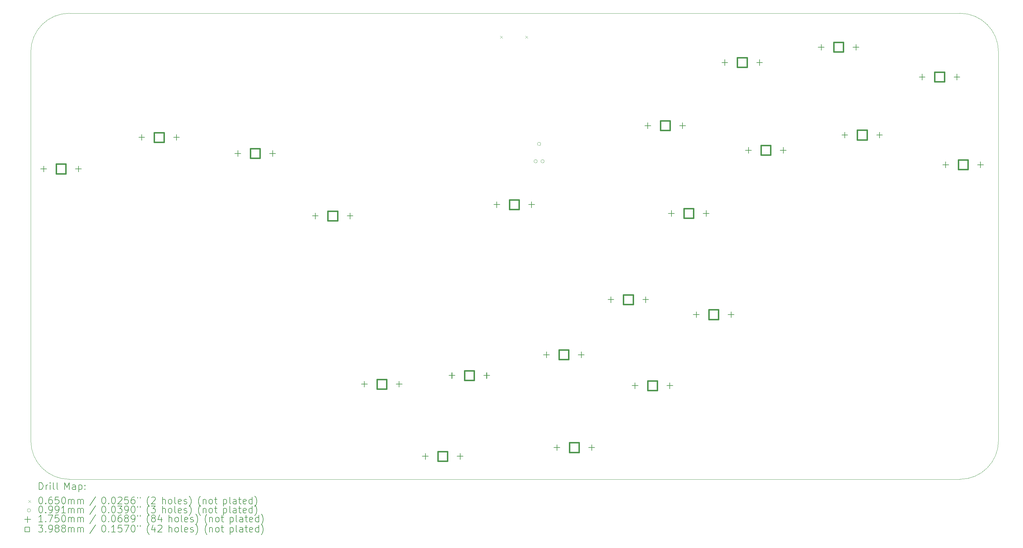
<source format=gbr>
%TF.GenerationSoftware,KiCad,Pcbnew,(7.0.0)*%
%TF.CreationDate,2023-08-10T18:17:03-07:00*%
%TF.ProjectId,OpenOblong,4f70656e-4f62-46c6-9f6e-672e6b696361,rev?*%
%TF.SameCoordinates,Original*%
%TF.FileFunction,Drillmap*%
%TF.FilePolarity,Positive*%
%FSLAX45Y45*%
G04 Gerber Fmt 4.5, Leading zero omitted, Abs format (unit mm)*
G04 Created by KiCad (PCBNEW (7.0.0)) date 2023-08-10 18:17:03*
%MOMM*%
%LPD*%
G01*
G04 APERTURE LIST*
%ADD10C,0.100000*%
%ADD11C,0.200000*%
%ADD12C,0.065000*%
%ADD13C,0.099060*%
%ADD14C,0.175000*%
%ADD15C,0.398780*%
G04 APERTURE END LIST*
D10*
X6861000Y-16162000D02*
X32881000Y-16162000D01*
X32881000Y-2540000D02*
X6861000Y-2540000D01*
X6861000Y-2540000D02*
G75*
G03*
X5736000Y-3665000I0J-1125000D01*
G01*
X34006000Y-3665000D02*
G75*
G03*
X32881000Y-2540000I-1125000J0D01*
G01*
X5736000Y-3665000D02*
X5736000Y-15037000D01*
X34006000Y-3665000D02*
X34006000Y-15037000D01*
X5736000Y-15037000D02*
G75*
G03*
X6861000Y-16162000I1125000J0D01*
G01*
X32881000Y-16162000D02*
G75*
G03*
X34006000Y-15037000I0J1125000D01*
G01*
D11*
D12*
X19450350Y-3203500D02*
X19515350Y-3268500D01*
X19515350Y-3203500D02*
X19450350Y-3268500D01*
X20185350Y-3203500D02*
X20250350Y-3268500D01*
X20250350Y-3203500D02*
X20185350Y-3268500D01*
D13*
X20532930Y-6866000D02*
G75*
G03*
X20532930Y-6866000I-49530J0D01*
G01*
X20634530Y-6358000D02*
G75*
G03*
X20634530Y-6358000I-49530J0D01*
G01*
X20736130Y-6866000D02*
G75*
G03*
X20736130Y-6866000I-49530J0D01*
G01*
D14*
X6111598Y-6999712D02*
X6111598Y-7174712D01*
X6024098Y-7087212D02*
X6199098Y-7087212D01*
X6111598Y-6999712D02*
X6111598Y-7174712D01*
X6024098Y-7087212D02*
X6199098Y-7087212D01*
X7127598Y-6999712D02*
X7127598Y-7174712D01*
X7040098Y-7087212D02*
X7215098Y-7087212D01*
X7127598Y-6999712D02*
X7127598Y-7174712D01*
X7040098Y-7087212D02*
X7215098Y-7087212D01*
X8975411Y-6079258D02*
X8975411Y-6254258D01*
X8887911Y-6166758D02*
X9062911Y-6166758D01*
X8975411Y-6079258D02*
X8975411Y-6254258D01*
X8887911Y-6166758D02*
X9062911Y-6166758D01*
X9991411Y-6079258D02*
X9991411Y-6254258D01*
X9903911Y-6166758D02*
X10078911Y-6166758D01*
X9991411Y-6079258D02*
X9991411Y-6254258D01*
X9903911Y-6166758D02*
X10078911Y-6166758D01*
X11784944Y-6549854D02*
X11784944Y-6724854D01*
X11697444Y-6637354D02*
X11872444Y-6637354D01*
X11784944Y-6549854D02*
X11784944Y-6724854D01*
X11697444Y-6637354D02*
X11872444Y-6637354D01*
X12800944Y-6549854D02*
X12800944Y-6724854D01*
X12713444Y-6637354D02*
X12888444Y-6637354D01*
X12800944Y-6549854D02*
X12800944Y-6724854D01*
X12713444Y-6637354D02*
X12888444Y-6637354D01*
X14047153Y-8373806D02*
X14047153Y-8548806D01*
X13959653Y-8461306D02*
X14134653Y-8461306D01*
X14047153Y-8373806D02*
X14047153Y-8548806D01*
X13959653Y-8461306D02*
X14134653Y-8461306D01*
X15063153Y-8373806D02*
X15063153Y-8548806D01*
X14975653Y-8461306D02*
X15150653Y-8461306D01*
X15063153Y-8373806D02*
X15063153Y-8548806D01*
X14975653Y-8461306D02*
X15150653Y-8461306D01*
X15479769Y-13292862D02*
X15479769Y-13467862D01*
X15392269Y-13380362D02*
X15567269Y-13380362D01*
X15479769Y-13292862D02*
X15479769Y-13467862D01*
X15392269Y-13380362D02*
X15567269Y-13380362D01*
X16495769Y-13292862D02*
X16495769Y-13467862D01*
X16408269Y-13380362D02*
X16583269Y-13380362D01*
X16495769Y-13292862D02*
X16495769Y-13467862D01*
X16408269Y-13380362D02*
X16583269Y-13380362D01*
X17263130Y-15403239D02*
X17263130Y-15578239D01*
X17175630Y-15490739D02*
X17350630Y-15490739D01*
X17263130Y-15403239D02*
X17263130Y-15578239D01*
X17175630Y-15490739D02*
X17350630Y-15490739D01*
X18039331Y-13039090D02*
X18039331Y-13214090D01*
X17951831Y-13126590D02*
X18126831Y-13126590D01*
X18039844Y-13038860D02*
X18039844Y-13213860D01*
X17952344Y-13126360D02*
X18127344Y-13126360D01*
X18279130Y-15403239D02*
X18279130Y-15578239D01*
X18191630Y-15490739D02*
X18366630Y-15490739D01*
X18279130Y-15403239D02*
X18279130Y-15578239D01*
X18191630Y-15490739D02*
X18366630Y-15490739D01*
X19055331Y-13039090D02*
X19055331Y-13214090D01*
X18967831Y-13126590D02*
X19142831Y-13126590D01*
X19055844Y-13038860D02*
X19055844Y-13213860D01*
X18968344Y-13126360D02*
X19143344Y-13126360D01*
X19349850Y-8045187D02*
X19349850Y-8220187D01*
X19262350Y-8132687D02*
X19437350Y-8132687D01*
X19349850Y-8045187D02*
X19349850Y-8220187D01*
X19262350Y-8132687D02*
X19437350Y-8132687D01*
X20365850Y-8045187D02*
X20365850Y-8220187D01*
X20278350Y-8132687D02*
X20453350Y-8132687D01*
X20365850Y-8045187D02*
X20365850Y-8220187D01*
X20278350Y-8132687D02*
X20453350Y-8132687D01*
X20799618Y-12433844D02*
X20799618Y-12608844D01*
X20712118Y-12521344D02*
X20887118Y-12521344D01*
X20799618Y-12433844D02*
X20799618Y-12608844D01*
X20712118Y-12521344D02*
X20887118Y-12521344D01*
X21106745Y-15146083D02*
X21106745Y-15321083D01*
X21019245Y-15233583D02*
X21194245Y-15233583D01*
X21106745Y-15146083D02*
X21106745Y-15321083D01*
X21019245Y-15233583D02*
X21194245Y-15233583D01*
X21815618Y-12433844D02*
X21815618Y-12608844D01*
X21728118Y-12521344D02*
X21903118Y-12521344D01*
X21815618Y-12433844D02*
X21815618Y-12608844D01*
X21728118Y-12521344D02*
X21903118Y-12521344D01*
X22122745Y-15146083D02*
X22122745Y-15321083D01*
X22035245Y-15233583D02*
X22210245Y-15233583D01*
X22122745Y-15146083D02*
X22122745Y-15321083D01*
X22035245Y-15233583D02*
X22210245Y-15233583D01*
X22682856Y-10823396D02*
X22682856Y-10998396D01*
X22595356Y-10910896D02*
X22770356Y-10910896D01*
X22682856Y-10823396D02*
X22682856Y-10998396D01*
X22595356Y-10910896D02*
X22770356Y-10910896D01*
X23389984Y-13335636D02*
X23389984Y-13510636D01*
X23302484Y-13423136D02*
X23477484Y-13423136D01*
X23389984Y-13335636D02*
X23389984Y-13510636D01*
X23302484Y-13423136D02*
X23477484Y-13423136D01*
X23698856Y-10823396D02*
X23698856Y-10998396D01*
X23611356Y-10910896D02*
X23786356Y-10910896D01*
X23698856Y-10823396D02*
X23698856Y-10998396D01*
X23611356Y-10910896D02*
X23786356Y-10910896D01*
X23760723Y-5735013D02*
X23760723Y-5910013D01*
X23673223Y-5822513D02*
X23848223Y-5822513D01*
X23760723Y-5735013D02*
X23760723Y-5910013D01*
X23673223Y-5822513D02*
X23848223Y-5822513D01*
X24405984Y-13335636D02*
X24405984Y-13510636D01*
X24318484Y-13423136D02*
X24493484Y-13423136D01*
X24405984Y-13335636D02*
X24405984Y-13510636D01*
X24318484Y-13423136D02*
X24493484Y-13423136D01*
X24450297Y-8301837D02*
X24450297Y-8476837D01*
X24362797Y-8389337D02*
X24537797Y-8389337D01*
X24450297Y-8301837D02*
X24450297Y-8476837D01*
X24362797Y-8389337D02*
X24537797Y-8389337D01*
X24776723Y-5735013D02*
X24776723Y-5910013D01*
X24689223Y-5822513D02*
X24864223Y-5822513D01*
X24776723Y-5735013D02*
X24776723Y-5910013D01*
X24689223Y-5822513D02*
X24864223Y-5822513D01*
X25179512Y-11260255D02*
X25179512Y-11435255D01*
X25092012Y-11347755D02*
X25267012Y-11347755D01*
X25179512Y-11260255D02*
X25179512Y-11435255D01*
X25092012Y-11347755D02*
X25267012Y-11347755D01*
X25466297Y-8301837D02*
X25466297Y-8476837D01*
X25378797Y-8389337D02*
X25553797Y-8389337D01*
X25466297Y-8301837D02*
X25466297Y-8476837D01*
X25378797Y-8389337D02*
X25553797Y-8389337D01*
X26011686Y-3889952D02*
X26011686Y-4064952D01*
X25924186Y-3977452D02*
X26099186Y-3977452D01*
X26011686Y-3889952D02*
X26011686Y-4064952D01*
X25924186Y-3977452D02*
X26099186Y-3977452D01*
X26195512Y-11260255D02*
X26195512Y-11435255D01*
X26108012Y-11347755D02*
X26283012Y-11347755D01*
X26195512Y-11260255D02*
X26195512Y-11435255D01*
X26108012Y-11347755D02*
X26283012Y-11347755D01*
X26701285Y-6456873D02*
X26701285Y-6631873D01*
X26613785Y-6544373D02*
X26788785Y-6544373D01*
X26701285Y-6456873D02*
X26701285Y-6631873D01*
X26613785Y-6544373D02*
X26788785Y-6544373D01*
X27027686Y-3889952D02*
X27027686Y-4064952D01*
X26940186Y-3977452D02*
X27115186Y-3977452D01*
X27027686Y-3889952D02*
X27027686Y-4064952D01*
X26940186Y-3977452D02*
X27115186Y-3977452D01*
X27717285Y-6456873D02*
X27717285Y-6631873D01*
X27629785Y-6544373D02*
X27804785Y-6544373D01*
X27717285Y-6456873D02*
X27717285Y-6631873D01*
X27629785Y-6544373D02*
X27804785Y-6544373D01*
X28827567Y-3443433D02*
X28827567Y-3618433D01*
X28740067Y-3530933D02*
X28915067Y-3530933D01*
X28827567Y-3443433D02*
X28827567Y-3618433D01*
X28740067Y-3530933D02*
X28915067Y-3530933D01*
X29517167Y-6010354D02*
X29517167Y-6185354D01*
X29429667Y-6097854D02*
X29604667Y-6097854D01*
X29517167Y-6010354D02*
X29517167Y-6185354D01*
X29429667Y-6097854D02*
X29604667Y-6097854D01*
X29843567Y-3443433D02*
X29843567Y-3618433D01*
X29756067Y-3530933D02*
X29931067Y-3530933D01*
X29843567Y-3443433D02*
X29843567Y-3618433D01*
X29756067Y-3530933D02*
X29931067Y-3530933D01*
X30533167Y-6010354D02*
X30533167Y-6185354D01*
X30445667Y-6097854D02*
X30620667Y-6097854D01*
X30533167Y-6010354D02*
X30533167Y-6185354D01*
X30445667Y-6097854D02*
X30620667Y-6097854D01*
X31775557Y-4313691D02*
X31775557Y-4488691D01*
X31688057Y-4401191D02*
X31863057Y-4401191D01*
X31775557Y-4313691D02*
X31775557Y-4488691D01*
X31688057Y-4401191D02*
X31863057Y-4401191D01*
X32465156Y-6880612D02*
X32465156Y-7055612D01*
X32377656Y-6968112D02*
X32552656Y-6968112D01*
X32465156Y-6880612D02*
X32465156Y-7055612D01*
X32377656Y-6968112D02*
X32552656Y-6968112D01*
X32791557Y-4313691D02*
X32791557Y-4488691D01*
X32704057Y-4401191D02*
X32879057Y-4401191D01*
X32791557Y-4313691D02*
X32791557Y-4488691D01*
X32704057Y-4401191D02*
X32879057Y-4401191D01*
X33481156Y-6880612D02*
X33481156Y-7055612D01*
X33393656Y-6968112D02*
X33568656Y-6968112D01*
X33481156Y-6880612D02*
X33481156Y-7055612D01*
X33393656Y-6968112D02*
X33568656Y-6968112D01*
D15*
X6760589Y-7228204D02*
X6760589Y-6946221D01*
X6478606Y-6946221D01*
X6478606Y-7228204D01*
X6760589Y-7228204D01*
X6760589Y-7228204D02*
X6760589Y-6946221D01*
X6478606Y-6946221D01*
X6478606Y-7228204D01*
X6760589Y-7228204D01*
X9624402Y-6307749D02*
X9624402Y-6025766D01*
X9342420Y-6025766D01*
X9342420Y-6307749D01*
X9624402Y-6307749D01*
X9624402Y-6307749D02*
X9624402Y-6025766D01*
X9342420Y-6025766D01*
X9342420Y-6307749D01*
X9624402Y-6307749D01*
X12433936Y-6778345D02*
X12433936Y-6496362D01*
X12151953Y-6496362D01*
X12151953Y-6778345D01*
X12433936Y-6778345D01*
X12433936Y-6778345D02*
X12433936Y-6496362D01*
X12151953Y-6496362D01*
X12151953Y-6778345D01*
X12433936Y-6778345D01*
X14696145Y-8602298D02*
X14696145Y-8320315D01*
X14414162Y-8320315D01*
X14414162Y-8602298D01*
X14696145Y-8602298D01*
X14696145Y-8602298D02*
X14696145Y-8320315D01*
X14414162Y-8320315D01*
X14414162Y-8602298D01*
X14696145Y-8602298D01*
X16128761Y-13521353D02*
X16128761Y-13239370D01*
X15846778Y-13239370D01*
X15846778Y-13521353D01*
X16128761Y-13521353D01*
X16128761Y-13521353D02*
X16128761Y-13239370D01*
X15846778Y-13239370D01*
X15846778Y-13521353D01*
X16128761Y-13521353D01*
X17912122Y-15631730D02*
X17912122Y-15349747D01*
X17630139Y-15349747D01*
X17630139Y-15631730D01*
X17912122Y-15631730D01*
X17912122Y-15631730D02*
X17912122Y-15349747D01*
X17630139Y-15349747D01*
X17630139Y-15631730D01*
X17912122Y-15631730D01*
X18688322Y-13267582D02*
X18688322Y-12985599D01*
X18406339Y-12985599D01*
X18406339Y-13267582D01*
X18688322Y-13267582D01*
X18688836Y-13267351D02*
X18688836Y-12985369D01*
X18406853Y-12985369D01*
X18406853Y-13267351D01*
X18688836Y-13267351D01*
X19998841Y-8273678D02*
X19998841Y-7991695D01*
X19716859Y-7991695D01*
X19716859Y-8273678D01*
X19998841Y-8273678D01*
X19998841Y-8273678D02*
X19998841Y-7991695D01*
X19716859Y-7991695D01*
X19716859Y-8273678D01*
X19998841Y-8273678D01*
X21448610Y-12662335D02*
X21448610Y-12380352D01*
X21166627Y-12380352D01*
X21166627Y-12662335D01*
X21448610Y-12662335D01*
X21448610Y-12662335D02*
X21448610Y-12380352D01*
X21166627Y-12380352D01*
X21166627Y-12662335D01*
X21448610Y-12662335D01*
X21755737Y-15374575D02*
X21755737Y-15092592D01*
X21473754Y-15092592D01*
X21473754Y-15374575D01*
X21755737Y-15374575D01*
X21755737Y-15374575D02*
X21755737Y-15092592D01*
X21473754Y-15092592D01*
X21473754Y-15374575D01*
X21755737Y-15374575D01*
X23331848Y-11051887D02*
X23331848Y-10769905D01*
X23049865Y-10769905D01*
X23049865Y-11051887D01*
X23331848Y-11051887D01*
X23331848Y-11051887D02*
X23331848Y-10769905D01*
X23049865Y-10769905D01*
X23049865Y-11051887D01*
X23331848Y-11051887D01*
X24038975Y-13564127D02*
X24038975Y-13282144D01*
X23756992Y-13282144D01*
X23756992Y-13564127D01*
X24038975Y-13564127D01*
X24038975Y-13564127D02*
X24038975Y-13282144D01*
X23756992Y-13282144D01*
X23756992Y-13564127D01*
X24038975Y-13564127D01*
X24409715Y-5963504D02*
X24409715Y-5681521D01*
X24127732Y-5681521D01*
X24127732Y-5963504D01*
X24409715Y-5963504D01*
X24409715Y-5963504D02*
X24409715Y-5681521D01*
X24127732Y-5681521D01*
X24127732Y-5963504D01*
X24409715Y-5963504D01*
X25099288Y-8530329D02*
X25099288Y-8248346D01*
X24817305Y-8248346D01*
X24817305Y-8530329D01*
X25099288Y-8530329D01*
X25099288Y-8530329D02*
X25099288Y-8248346D01*
X24817305Y-8248346D01*
X24817305Y-8530329D01*
X25099288Y-8530329D01*
X25828504Y-11488746D02*
X25828504Y-11206763D01*
X25546521Y-11206763D01*
X25546521Y-11488746D01*
X25828504Y-11488746D01*
X25828504Y-11488746D02*
X25828504Y-11206763D01*
X25546521Y-11206763D01*
X25546521Y-11488746D01*
X25828504Y-11488746D01*
X26660677Y-4118443D02*
X26660677Y-3836460D01*
X26378694Y-3836460D01*
X26378694Y-4118443D01*
X26660677Y-4118443D01*
X26660677Y-4118443D02*
X26660677Y-3836460D01*
X26378694Y-3836460D01*
X26378694Y-4118443D01*
X26660677Y-4118443D01*
X27350277Y-6685364D02*
X27350277Y-6403381D01*
X27068294Y-6403381D01*
X27068294Y-6685364D01*
X27350277Y-6685364D01*
X27350277Y-6685364D02*
X27350277Y-6403381D01*
X27068294Y-6403381D01*
X27068294Y-6685364D01*
X27350277Y-6685364D01*
X29476559Y-3671925D02*
X29476559Y-3389942D01*
X29194576Y-3389942D01*
X29194576Y-3671925D01*
X29476559Y-3671925D01*
X29476559Y-3671925D02*
X29476559Y-3389942D01*
X29194576Y-3389942D01*
X29194576Y-3671925D01*
X29476559Y-3671925D01*
X30166158Y-6238846D02*
X30166158Y-5956863D01*
X29884175Y-5956863D01*
X29884175Y-6238846D01*
X30166158Y-6238846D01*
X30166158Y-6238846D02*
X30166158Y-5956863D01*
X29884175Y-5956863D01*
X29884175Y-6238846D01*
X30166158Y-6238846D01*
X32424548Y-4542182D02*
X32424548Y-4260199D01*
X32142565Y-4260199D01*
X32142565Y-4542182D01*
X32424548Y-4542182D01*
X32424548Y-4542182D02*
X32424548Y-4260199D01*
X32142565Y-4260199D01*
X32142565Y-4542182D01*
X32424548Y-4542182D01*
X33114148Y-7109103D02*
X33114148Y-6827120D01*
X32832165Y-6827120D01*
X32832165Y-7109103D01*
X33114148Y-7109103D01*
X33114148Y-7109103D02*
X33114148Y-6827120D01*
X32832165Y-6827120D01*
X32832165Y-7109103D01*
X33114148Y-7109103D01*
D11*
X5978619Y-16460476D02*
X5978619Y-16260476D01*
X5978619Y-16260476D02*
X6026238Y-16260476D01*
X6026238Y-16260476D02*
X6054809Y-16270000D01*
X6054809Y-16270000D02*
X6073857Y-16289048D01*
X6073857Y-16289048D02*
X6083381Y-16308095D01*
X6083381Y-16308095D02*
X6092905Y-16346190D01*
X6092905Y-16346190D02*
X6092905Y-16374762D01*
X6092905Y-16374762D02*
X6083381Y-16412857D01*
X6083381Y-16412857D02*
X6073857Y-16431905D01*
X6073857Y-16431905D02*
X6054809Y-16450952D01*
X6054809Y-16450952D02*
X6026238Y-16460476D01*
X6026238Y-16460476D02*
X5978619Y-16460476D01*
X6178619Y-16460476D02*
X6178619Y-16327143D01*
X6178619Y-16365238D02*
X6188143Y-16346190D01*
X6188143Y-16346190D02*
X6197667Y-16336667D01*
X6197667Y-16336667D02*
X6216714Y-16327143D01*
X6216714Y-16327143D02*
X6235762Y-16327143D01*
X6302428Y-16460476D02*
X6302428Y-16327143D01*
X6302428Y-16260476D02*
X6292905Y-16270000D01*
X6292905Y-16270000D02*
X6302428Y-16279524D01*
X6302428Y-16279524D02*
X6311952Y-16270000D01*
X6311952Y-16270000D02*
X6302428Y-16260476D01*
X6302428Y-16260476D02*
X6302428Y-16279524D01*
X6426238Y-16460476D02*
X6407190Y-16450952D01*
X6407190Y-16450952D02*
X6397667Y-16431905D01*
X6397667Y-16431905D02*
X6397667Y-16260476D01*
X6531000Y-16460476D02*
X6511952Y-16450952D01*
X6511952Y-16450952D02*
X6502428Y-16431905D01*
X6502428Y-16431905D02*
X6502428Y-16260476D01*
X6727190Y-16460476D02*
X6727190Y-16260476D01*
X6727190Y-16260476D02*
X6793857Y-16403333D01*
X6793857Y-16403333D02*
X6860524Y-16260476D01*
X6860524Y-16260476D02*
X6860524Y-16460476D01*
X7041476Y-16460476D02*
X7041476Y-16355714D01*
X7041476Y-16355714D02*
X7031952Y-16336667D01*
X7031952Y-16336667D02*
X7012905Y-16327143D01*
X7012905Y-16327143D02*
X6974809Y-16327143D01*
X6974809Y-16327143D02*
X6955762Y-16336667D01*
X7041476Y-16450952D02*
X7022428Y-16460476D01*
X7022428Y-16460476D02*
X6974809Y-16460476D01*
X6974809Y-16460476D02*
X6955762Y-16450952D01*
X6955762Y-16450952D02*
X6946238Y-16431905D01*
X6946238Y-16431905D02*
X6946238Y-16412857D01*
X6946238Y-16412857D02*
X6955762Y-16393809D01*
X6955762Y-16393809D02*
X6974809Y-16384286D01*
X6974809Y-16384286D02*
X7022428Y-16384286D01*
X7022428Y-16384286D02*
X7041476Y-16374762D01*
X7136714Y-16327143D02*
X7136714Y-16527143D01*
X7136714Y-16336667D02*
X7155762Y-16327143D01*
X7155762Y-16327143D02*
X7193857Y-16327143D01*
X7193857Y-16327143D02*
X7212905Y-16336667D01*
X7212905Y-16336667D02*
X7222428Y-16346190D01*
X7222428Y-16346190D02*
X7231952Y-16365238D01*
X7231952Y-16365238D02*
X7231952Y-16422381D01*
X7231952Y-16422381D02*
X7222428Y-16441428D01*
X7222428Y-16441428D02*
X7212905Y-16450952D01*
X7212905Y-16450952D02*
X7193857Y-16460476D01*
X7193857Y-16460476D02*
X7155762Y-16460476D01*
X7155762Y-16460476D02*
X7136714Y-16450952D01*
X7317667Y-16441428D02*
X7327190Y-16450952D01*
X7327190Y-16450952D02*
X7317667Y-16460476D01*
X7317667Y-16460476D02*
X7308143Y-16450952D01*
X7308143Y-16450952D02*
X7317667Y-16441428D01*
X7317667Y-16441428D02*
X7317667Y-16460476D01*
X7317667Y-16336667D02*
X7327190Y-16346190D01*
X7327190Y-16346190D02*
X7317667Y-16355714D01*
X7317667Y-16355714D02*
X7308143Y-16346190D01*
X7308143Y-16346190D02*
X7317667Y-16336667D01*
X7317667Y-16336667D02*
X7317667Y-16355714D01*
D12*
X5666000Y-16774500D02*
X5731000Y-16839500D01*
X5731000Y-16774500D02*
X5666000Y-16839500D01*
D11*
X6016714Y-16680476D02*
X6035762Y-16680476D01*
X6035762Y-16680476D02*
X6054809Y-16690000D01*
X6054809Y-16690000D02*
X6064333Y-16699524D01*
X6064333Y-16699524D02*
X6073857Y-16718571D01*
X6073857Y-16718571D02*
X6083381Y-16756667D01*
X6083381Y-16756667D02*
X6083381Y-16804286D01*
X6083381Y-16804286D02*
X6073857Y-16842381D01*
X6073857Y-16842381D02*
X6064333Y-16861429D01*
X6064333Y-16861429D02*
X6054809Y-16870952D01*
X6054809Y-16870952D02*
X6035762Y-16880476D01*
X6035762Y-16880476D02*
X6016714Y-16880476D01*
X6016714Y-16880476D02*
X5997667Y-16870952D01*
X5997667Y-16870952D02*
X5988143Y-16861429D01*
X5988143Y-16861429D02*
X5978619Y-16842381D01*
X5978619Y-16842381D02*
X5969095Y-16804286D01*
X5969095Y-16804286D02*
X5969095Y-16756667D01*
X5969095Y-16756667D02*
X5978619Y-16718571D01*
X5978619Y-16718571D02*
X5988143Y-16699524D01*
X5988143Y-16699524D02*
X5997667Y-16690000D01*
X5997667Y-16690000D02*
X6016714Y-16680476D01*
X6169095Y-16861429D02*
X6178619Y-16870952D01*
X6178619Y-16870952D02*
X6169095Y-16880476D01*
X6169095Y-16880476D02*
X6159571Y-16870952D01*
X6159571Y-16870952D02*
X6169095Y-16861429D01*
X6169095Y-16861429D02*
X6169095Y-16880476D01*
X6350048Y-16680476D02*
X6311952Y-16680476D01*
X6311952Y-16680476D02*
X6292905Y-16690000D01*
X6292905Y-16690000D02*
X6283381Y-16699524D01*
X6283381Y-16699524D02*
X6264333Y-16728095D01*
X6264333Y-16728095D02*
X6254809Y-16766190D01*
X6254809Y-16766190D02*
X6254809Y-16842381D01*
X6254809Y-16842381D02*
X6264333Y-16861429D01*
X6264333Y-16861429D02*
X6273857Y-16870952D01*
X6273857Y-16870952D02*
X6292905Y-16880476D01*
X6292905Y-16880476D02*
X6331000Y-16880476D01*
X6331000Y-16880476D02*
X6350048Y-16870952D01*
X6350048Y-16870952D02*
X6359571Y-16861429D01*
X6359571Y-16861429D02*
X6369095Y-16842381D01*
X6369095Y-16842381D02*
X6369095Y-16794762D01*
X6369095Y-16794762D02*
X6359571Y-16775714D01*
X6359571Y-16775714D02*
X6350048Y-16766190D01*
X6350048Y-16766190D02*
X6331000Y-16756667D01*
X6331000Y-16756667D02*
X6292905Y-16756667D01*
X6292905Y-16756667D02*
X6273857Y-16766190D01*
X6273857Y-16766190D02*
X6264333Y-16775714D01*
X6264333Y-16775714D02*
X6254809Y-16794762D01*
X6550048Y-16680476D02*
X6454809Y-16680476D01*
X6454809Y-16680476D02*
X6445286Y-16775714D01*
X6445286Y-16775714D02*
X6454809Y-16766190D01*
X6454809Y-16766190D02*
X6473857Y-16756667D01*
X6473857Y-16756667D02*
X6521476Y-16756667D01*
X6521476Y-16756667D02*
X6540524Y-16766190D01*
X6540524Y-16766190D02*
X6550048Y-16775714D01*
X6550048Y-16775714D02*
X6559571Y-16794762D01*
X6559571Y-16794762D02*
X6559571Y-16842381D01*
X6559571Y-16842381D02*
X6550048Y-16861429D01*
X6550048Y-16861429D02*
X6540524Y-16870952D01*
X6540524Y-16870952D02*
X6521476Y-16880476D01*
X6521476Y-16880476D02*
X6473857Y-16880476D01*
X6473857Y-16880476D02*
X6454809Y-16870952D01*
X6454809Y-16870952D02*
X6445286Y-16861429D01*
X6683381Y-16680476D02*
X6702429Y-16680476D01*
X6702429Y-16680476D02*
X6721476Y-16690000D01*
X6721476Y-16690000D02*
X6731000Y-16699524D01*
X6731000Y-16699524D02*
X6740524Y-16718571D01*
X6740524Y-16718571D02*
X6750048Y-16756667D01*
X6750048Y-16756667D02*
X6750048Y-16804286D01*
X6750048Y-16804286D02*
X6740524Y-16842381D01*
X6740524Y-16842381D02*
X6731000Y-16861429D01*
X6731000Y-16861429D02*
X6721476Y-16870952D01*
X6721476Y-16870952D02*
X6702429Y-16880476D01*
X6702429Y-16880476D02*
X6683381Y-16880476D01*
X6683381Y-16880476D02*
X6664333Y-16870952D01*
X6664333Y-16870952D02*
X6654809Y-16861429D01*
X6654809Y-16861429D02*
X6645286Y-16842381D01*
X6645286Y-16842381D02*
X6635762Y-16804286D01*
X6635762Y-16804286D02*
X6635762Y-16756667D01*
X6635762Y-16756667D02*
X6645286Y-16718571D01*
X6645286Y-16718571D02*
X6654809Y-16699524D01*
X6654809Y-16699524D02*
X6664333Y-16690000D01*
X6664333Y-16690000D02*
X6683381Y-16680476D01*
X6835762Y-16880476D02*
X6835762Y-16747143D01*
X6835762Y-16766190D02*
X6845286Y-16756667D01*
X6845286Y-16756667D02*
X6864333Y-16747143D01*
X6864333Y-16747143D02*
X6892905Y-16747143D01*
X6892905Y-16747143D02*
X6911952Y-16756667D01*
X6911952Y-16756667D02*
X6921476Y-16775714D01*
X6921476Y-16775714D02*
X6921476Y-16880476D01*
X6921476Y-16775714D02*
X6931000Y-16756667D01*
X6931000Y-16756667D02*
X6950048Y-16747143D01*
X6950048Y-16747143D02*
X6978619Y-16747143D01*
X6978619Y-16747143D02*
X6997667Y-16756667D01*
X6997667Y-16756667D02*
X7007190Y-16775714D01*
X7007190Y-16775714D02*
X7007190Y-16880476D01*
X7102429Y-16880476D02*
X7102429Y-16747143D01*
X7102429Y-16766190D02*
X7111952Y-16756667D01*
X7111952Y-16756667D02*
X7131000Y-16747143D01*
X7131000Y-16747143D02*
X7159571Y-16747143D01*
X7159571Y-16747143D02*
X7178619Y-16756667D01*
X7178619Y-16756667D02*
X7188143Y-16775714D01*
X7188143Y-16775714D02*
X7188143Y-16880476D01*
X7188143Y-16775714D02*
X7197667Y-16756667D01*
X7197667Y-16756667D02*
X7216714Y-16747143D01*
X7216714Y-16747143D02*
X7245286Y-16747143D01*
X7245286Y-16747143D02*
X7264333Y-16756667D01*
X7264333Y-16756667D02*
X7273857Y-16775714D01*
X7273857Y-16775714D02*
X7273857Y-16880476D01*
X7631952Y-16670952D02*
X7460524Y-16928095D01*
X7856714Y-16680476D02*
X7875762Y-16680476D01*
X7875762Y-16680476D02*
X7894810Y-16690000D01*
X7894810Y-16690000D02*
X7904333Y-16699524D01*
X7904333Y-16699524D02*
X7913857Y-16718571D01*
X7913857Y-16718571D02*
X7923381Y-16756667D01*
X7923381Y-16756667D02*
X7923381Y-16804286D01*
X7923381Y-16804286D02*
X7913857Y-16842381D01*
X7913857Y-16842381D02*
X7904333Y-16861429D01*
X7904333Y-16861429D02*
X7894810Y-16870952D01*
X7894810Y-16870952D02*
X7875762Y-16880476D01*
X7875762Y-16880476D02*
X7856714Y-16880476D01*
X7856714Y-16880476D02*
X7837667Y-16870952D01*
X7837667Y-16870952D02*
X7828143Y-16861429D01*
X7828143Y-16861429D02*
X7818619Y-16842381D01*
X7818619Y-16842381D02*
X7809095Y-16804286D01*
X7809095Y-16804286D02*
X7809095Y-16756667D01*
X7809095Y-16756667D02*
X7818619Y-16718571D01*
X7818619Y-16718571D02*
X7828143Y-16699524D01*
X7828143Y-16699524D02*
X7837667Y-16690000D01*
X7837667Y-16690000D02*
X7856714Y-16680476D01*
X8009095Y-16861429D02*
X8018619Y-16870952D01*
X8018619Y-16870952D02*
X8009095Y-16880476D01*
X8009095Y-16880476D02*
X7999571Y-16870952D01*
X7999571Y-16870952D02*
X8009095Y-16861429D01*
X8009095Y-16861429D02*
X8009095Y-16880476D01*
X8142429Y-16680476D02*
X8161476Y-16680476D01*
X8161476Y-16680476D02*
X8180524Y-16690000D01*
X8180524Y-16690000D02*
X8190048Y-16699524D01*
X8190048Y-16699524D02*
X8199571Y-16718571D01*
X8199571Y-16718571D02*
X8209095Y-16756667D01*
X8209095Y-16756667D02*
X8209095Y-16804286D01*
X8209095Y-16804286D02*
X8199571Y-16842381D01*
X8199571Y-16842381D02*
X8190048Y-16861429D01*
X8190048Y-16861429D02*
X8180524Y-16870952D01*
X8180524Y-16870952D02*
X8161476Y-16880476D01*
X8161476Y-16880476D02*
X8142429Y-16880476D01*
X8142429Y-16880476D02*
X8123381Y-16870952D01*
X8123381Y-16870952D02*
X8113857Y-16861429D01*
X8113857Y-16861429D02*
X8104333Y-16842381D01*
X8104333Y-16842381D02*
X8094810Y-16804286D01*
X8094810Y-16804286D02*
X8094810Y-16756667D01*
X8094810Y-16756667D02*
X8104333Y-16718571D01*
X8104333Y-16718571D02*
X8113857Y-16699524D01*
X8113857Y-16699524D02*
X8123381Y-16690000D01*
X8123381Y-16690000D02*
X8142429Y-16680476D01*
X8285286Y-16699524D02*
X8294810Y-16690000D01*
X8294810Y-16690000D02*
X8313857Y-16680476D01*
X8313857Y-16680476D02*
X8361476Y-16680476D01*
X8361476Y-16680476D02*
X8380524Y-16690000D01*
X8380524Y-16690000D02*
X8390048Y-16699524D01*
X8390048Y-16699524D02*
X8399572Y-16718571D01*
X8399572Y-16718571D02*
X8399572Y-16737619D01*
X8399572Y-16737619D02*
X8390048Y-16766190D01*
X8390048Y-16766190D02*
X8275762Y-16880476D01*
X8275762Y-16880476D02*
X8399572Y-16880476D01*
X8580524Y-16680476D02*
X8485286Y-16680476D01*
X8485286Y-16680476D02*
X8475762Y-16775714D01*
X8475762Y-16775714D02*
X8485286Y-16766190D01*
X8485286Y-16766190D02*
X8504333Y-16756667D01*
X8504333Y-16756667D02*
X8551953Y-16756667D01*
X8551953Y-16756667D02*
X8571000Y-16766190D01*
X8571000Y-16766190D02*
X8580524Y-16775714D01*
X8580524Y-16775714D02*
X8590048Y-16794762D01*
X8590048Y-16794762D02*
X8590048Y-16842381D01*
X8590048Y-16842381D02*
X8580524Y-16861429D01*
X8580524Y-16861429D02*
X8571000Y-16870952D01*
X8571000Y-16870952D02*
X8551953Y-16880476D01*
X8551953Y-16880476D02*
X8504333Y-16880476D01*
X8504333Y-16880476D02*
X8485286Y-16870952D01*
X8485286Y-16870952D02*
X8475762Y-16861429D01*
X8761476Y-16680476D02*
X8723381Y-16680476D01*
X8723381Y-16680476D02*
X8704333Y-16690000D01*
X8704333Y-16690000D02*
X8694810Y-16699524D01*
X8694810Y-16699524D02*
X8675762Y-16728095D01*
X8675762Y-16728095D02*
X8666238Y-16766190D01*
X8666238Y-16766190D02*
X8666238Y-16842381D01*
X8666238Y-16842381D02*
X8675762Y-16861429D01*
X8675762Y-16861429D02*
X8685286Y-16870952D01*
X8685286Y-16870952D02*
X8704333Y-16880476D01*
X8704333Y-16880476D02*
X8742429Y-16880476D01*
X8742429Y-16880476D02*
X8761476Y-16870952D01*
X8761476Y-16870952D02*
X8771000Y-16861429D01*
X8771000Y-16861429D02*
X8780524Y-16842381D01*
X8780524Y-16842381D02*
X8780524Y-16794762D01*
X8780524Y-16794762D02*
X8771000Y-16775714D01*
X8771000Y-16775714D02*
X8761476Y-16766190D01*
X8761476Y-16766190D02*
X8742429Y-16756667D01*
X8742429Y-16756667D02*
X8704333Y-16756667D01*
X8704333Y-16756667D02*
X8685286Y-16766190D01*
X8685286Y-16766190D02*
X8675762Y-16775714D01*
X8675762Y-16775714D02*
X8666238Y-16794762D01*
X8856714Y-16680476D02*
X8856714Y-16718571D01*
X8932905Y-16680476D02*
X8932905Y-16718571D01*
X9195762Y-16956667D02*
X9186238Y-16947143D01*
X9186238Y-16947143D02*
X9167191Y-16918571D01*
X9167191Y-16918571D02*
X9157667Y-16899524D01*
X9157667Y-16899524D02*
X9148143Y-16870952D01*
X9148143Y-16870952D02*
X9138619Y-16823333D01*
X9138619Y-16823333D02*
X9138619Y-16785238D01*
X9138619Y-16785238D02*
X9148143Y-16737619D01*
X9148143Y-16737619D02*
X9157667Y-16709048D01*
X9157667Y-16709048D02*
X9167191Y-16690000D01*
X9167191Y-16690000D02*
X9186238Y-16661428D01*
X9186238Y-16661428D02*
X9195762Y-16651905D01*
X9262429Y-16699524D02*
X9271953Y-16690000D01*
X9271953Y-16690000D02*
X9291000Y-16680476D01*
X9291000Y-16680476D02*
X9338619Y-16680476D01*
X9338619Y-16680476D02*
X9357667Y-16690000D01*
X9357667Y-16690000D02*
X9367191Y-16699524D01*
X9367191Y-16699524D02*
X9376714Y-16718571D01*
X9376714Y-16718571D02*
X9376714Y-16737619D01*
X9376714Y-16737619D02*
X9367191Y-16766190D01*
X9367191Y-16766190D02*
X9252905Y-16880476D01*
X9252905Y-16880476D02*
X9376714Y-16880476D01*
X9582429Y-16880476D02*
X9582429Y-16680476D01*
X9668143Y-16880476D02*
X9668143Y-16775714D01*
X9668143Y-16775714D02*
X9658619Y-16756667D01*
X9658619Y-16756667D02*
X9639572Y-16747143D01*
X9639572Y-16747143D02*
X9611000Y-16747143D01*
X9611000Y-16747143D02*
X9591953Y-16756667D01*
X9591953Y-16756667D02*
X9582429Y-16766190D01*
X9791953Y-16880476D02*
X9772905Y-16870952D01*
X9772905Y-16870952D02*
X9763381Y-16861429D01*
X9763381Y-16861429D02*
X9753857Y-16842381D01*
X9753857Y-16842381D02*
X9753857Y-16785238D01*
X9753857Y-16785238D02*
X9763381Y-16766190D01*
X9763381Y-16766190D02*
X9772905Y-16756667D01*
X9772905Y-16756667D02*
X9791953Y-16747143D01*
X9791953Y-16747143D02*
X9820524Y-16747143D01*
X9820524Y-16747143D02*
X9839572Y-16756667D01*
X9839572Y-16756667D02*
X9849095Y-16766190D01*
X9849095Y-16766190D02*
X9858619Y-16785238D01*
X9858619Y-16785238D02*
X9858619Y-16842381D01*
X9858619Y-16842381D02*
X9849095Y-16861429D01*
X9849095Y-16861429D02*
X9839572Y-16870952D01*
X9839572Y-16870952D02*
X9820524Y-16880476D01*
X9820524Y-16880476D02*
X9791953Y-16880476D01*
X9972905Y-16880476D02*
X9953857Y-16870952D01*
X9953857Y-16870952D02*
X9944334Y-16851905D01*
X9944334Y-16851905D02*
X9944334Y-16680476D01*
X10125286Y-16870952D02*
X10106238Y-16880476D01*
X10106238Y-16880476D02*
X10068143Y-16880476D01*
X10068143Y-16880476D02*
X10049095Y-16870952D01*
X10049095Y-16870952D02*
X10039572Y-16851905D01*
X10039572Y-16851905D02*
X10039572Y-16775714D01*
X10039572Y-16775714D02*
X10049095Y-16756667D01*
X10049095Y-16756667D02*
X10068143Y-16747143D01*
X10068143Y-16747143D02*
X10106238Y-16747143D01*
X10106238Y-16747143D02*
X10125286Y-16756667D01*
X10125286Y-16756667D02*
X10134810Y-16775714D01*
X10134810Y-16775714D02*
X10134810Y-16794762D01*
X10134810Y-16794762D02*
X10039572Y-16813810D01*
X10211000Y-16870952D02*
X10230048Y-16880476D01*
X10230048Y-16880476D02*
X10268143Y-16880476D01*
X10268143Y-16880476D02*
X10287191Y-16870952D01*
X10287191Y-16870952D02*
X10296715Y-16851905D01*
X10296715Y-16851905D02*
X10296715Y-16842381D01*
X10296715Y-16842381D02*
X10287191Y-16823333D01*
X10287191Y-16823333D02*
X10268143Y-16813810D01*
X10268143Y-16813810D02*
X10239572Y-16813810D01*
X10239572Y-16813810D02*
X10220524Y-16804286D01*
X10220524Y-16804286D02*
X10211000Y-16785238D01*
X10211000Y-16785238D02*
X10211000Y-16775714D01*
X10211000Y-16775714D02*
X10220524Y-16756667D01*
X10220524Y-16756667D02*
X10239572Y-16747143D01*
X10239572Y-16747143D02*
X10268143Y-16747143D01*
X10268143Y-16747143D02*
X10287191Y-16756667D01*
X10363381Y-16956667D02*
X10372905Y-16947143D01*
X10372905Y-16947143D02*
X10391953Y-16918571D01*
X10391953Y-16918571D02*
X10401476Y-16899524D01*
X10401476Y-16899524D02*
X10411000Y-16870952D01*
X10411000Y-16870952D02*
X10420524Y-16823333D01*
X10420524Y-16823333D02*
X10420524Y-16785238D01*
X10420524Y-16785238D02*
X10411000Y-16737619D01*
X10411000Y-16737619D02*
X10401476Y-16709048D01*
X10401476Y-16709048D02*
X10391953Y-16690000D01*
X10391953Y-16690000D02*
X10372905Y-16661428D01*
X10372905Y-16661428D02*
X10363381Y-16651905D01*
X10692905Y-16956667D02*
X10683381Y-16947143D01*
X10683381Y-16947143D02*
X10664334Y-16918571D01*
X10664334Y-16918571D02*
X10654810Y-16899524D01*
X10654810Y-16899524D02*
X10645286Y-16870952D01*
X10645286Y-16870952D02*
X10635762Y-16823333D01*
X10635762Y-16823333D02*
X10635762Y-16785238D01*
X10635762Y-16785238D02*
X10645286Y-16737619D01*
X10645286Y-16737619D02*
X10654810Y-16709048D01*
X10654810Y-16709048D02*
X10664334Y-16690000D01*
X10664334Y-16690000D02*
X10683381Y-16661428D01*
X10683381Y-16661428D02*
X10692905Y-16651905D01*
X10769095Y-16747143D02*
X10769095Y-16880476D01*
X10769095Y-16766190D02*
X10778619Y-16756667D01*
X10778619Y-16756667D02*
X10797667Y-16747143D01*
X10797667Y-16747143D02*
X10826238Y-16747143D01*
X10826238Y-16747143D02*
X10845286Y-16756667D01*
X10845286Y-16756667D02*
X10854810Y-16775714D01*
X10854810Y-16775714D02*
X10854810Y-16880476D01*
X10978619Y-16880476D02*
X10959572Y-16870952D01*
X10959572Y-16870952D02*
X10950048Y-16861429D01*
X10950048Y-16861429D02*
X10940524Y-16842381D01*
X10940524Y-16842381D02*
X10940524Y-16785238D01*
X10940524Y-16785238D02*
X10950048Y-16766190D01*
X10950048Y-16766190D02*
X10959572Y-16756667D01*
X10959572Y-16756667D02*
X10978619Y-16747143D01*
X10978619Y-16747143D02*
X11007191Y-16747143D01*
X11007191Y-16747143D02*
X11026238Y-16756667D01*
X11026238Y-16756667D02*
X11035762Y-16766190D01*
X11035762Y-16766190D02*
X11045286Y-16785238D01*
X11045286Y-16785238D02*
X11045286Y-16842381D01*
X11045286Y-16842381D02*
X11035762Y-16861429D01*
X11035762Y-16861429D02*
X11026238Y-16870952D01*
X11026238Y-16870952D02*
X11007191Y-16880476D01*
X11007191Y-16880476D02*
X10978619Y-16880476D01*
X11102429Y-16747143D02*
X11178619Y-16747143D01*
X11131000Y-16680476D02*
X11131000Y-16851905D01*
X11131000Y-16851905D02*
X11140524Y-16870952D01*
X11140524Y-16870952D02*
X11159572Y-16880476D01*
X11159572Y-16880476D02*
X11178619Y-16880476D01*
X11365286Y-16747143D02*
X11365286Y-16947143D01*
X11365286Y-16756667D02*
X11384333Y-16747143D01*
X11384333Y-16747143D02*
X11422429Y-16747143D01*
X11422429Y-16747143D02*
X11441476Y-16756667D01*
X11441476Y-16756667D02*
X11451000Y-16766190D01*
X11451000Y-16766190D02*
X11460524Y-16785238D01*
X11460524Y-16785238D02*
X11460524Y-16842381D01*
X11460524Y-16842381D02*
X11451000Y-16861429D01*
X11451000Y-16861429D02*
X11441476Y-16870952D01*
X11441476Y-16870952D02*
X11422429Y-16880476D01*
X11422429Y-16880476D02*
X11384333Y-16880476D01*
X11384333Y-16880476D02*
X11365286Y-16870952D01*
X11574810Y-16880476D02*
X11555762Y-16870952D01*
X11555762Y-16870952D02*
X11546238Y-16851905D01*
X11546238Y-16851905D02*
X11546238Y-16680476D01*
X11736714Y-16880476D02*
X11736714Y-16775714D01*
X11736714Y-16775714D02*
X11727191Y-16756667D01*
X11727191Y-16756667D02*
X11708143Y-16747143D01*
X11708143Y-16747143D02*
X11670048Y-16747143D01*
X11670048Y-16747143D02*
X11651000Y-16756667D01*
X11736714Y-16870952D02*
X11717667Y-16880476D01*
X11717667Y-16880476D02*
X11670048Y-16880476D01*
X11670048Y-16880476D02*
X11651000Y-16870952D01*
X11651000Y-16870952D02*
X11641476Y-16851905D01*
X11641476Y-16851905D02*
X11641476Y-16832857D01*
X11641476Y-16832857D02*
X11651000Y-16813810D01*
X11651000Y-16813810D02*
X11670048Y-16804286D01*
X11670048Y-16804286D02*
X11717667Y-16804286D01*
X11717667Y-16804286D02*
X11736714Y-16794762D01*
X11803381Y-16747143D02*
X11879572Y-16747143D01*
X11831953Y-16680476D02*
X11831953Y-16851905D01*
X11831953Y-16851905D02*
X11841476Y-16870952D01*
X11841476Y-16870952D02*
X11860524Y-16880476D01*
X11860524Y-16880476D02*
X11879572Y-16880476D01*
X12022429Y-16870952D02*
X12003381Y-16880476D01*
X12003381Y-16880476D02*
X11965286Y-16880476D01*
X11965286Y-16880476D02*
X11946238Y-16870952D01*
X11946238Y-16870952D02*
X11936714Y-16851905D01*
X11936714Y-16851905D02*
X11936714Y-16775714D01*
X11936714Y-16775714D02*
X11946238Y-16756667D01*
X11946238Y-16756667D02*
X11965286Y-16747143D01*
X11965286Y-16747143D02*
X12003381Y-16747143D01*
X12003381Y-16747143D02*
X12022429Y-16756667D01*
X12022429Y-16756667D02*
X12031953Y-16775714D01*
X12031953Y-16775714D02*
X12031953Y-16794762D01*
X12031953Y-16794762D02*
X11936714Y-16813810D01*
X12203381Y-16880476D02*
X12203381Y-16680476D01*
X12203381Y-16870952D02*
X12184334Y-16880476D01*
X12184334Y-16880476D02*
X12146238Y-16880476D01*
X12146238Y-16880476D02*
X12127191Y-16870952D01*
X12127191Y-16870952D02*
X12117667Y-16861429D01*
X12117667Y-16861429D02*
X12108143Y-16842381D01*
X12108143Y-16842381D02*
X12108143Y-16785238D01*
X12108143Y-16785238D02*
X12117667Y-16766190D01*
X12117667Y-16766190D02*
X12127191Y-16756667D01*
X12127191Y-16756667D02*
X12146238Y-16747143D01*
X12146238Y-16747143D02*
X12184334Y-16747143D01*
X12184334Y-16747143D02*
X12203381Y-16756667D01*
X12279572Y-16956667D02*
X12289095Y-16947143D01*
X12289095Y-16947143D02*
X12308143Y-16918571D01*
X12308143Y-16918571D02*
X12317667Y-16899524D01*
X12317667Y-16899524D02*
X12327191Y-16870952D01*
X12327191Y-16870952D02*
X12336714Y-16823333D01*
X12336714Y-16823333D02*
X12336714Y-16785238D01*
X12336714Y-16785238D02*
X12327191Y-16737619D01*
X12327191Y-16737619D02*
X12317667Y-16709048D01*
X12317667Y-16709048D02*
X12308143Y-16690000D01*
X12308143Y-16690000D02*
X12289095Y-16661428D01*
X12289095Y-16661428D02*
X12279572Y-16651905D01*
D13*
X5731000Y-17071000D02*
G75*
G03*
X5731000Y-17071000I-49530J0D01*
G01*
D11*
X6016714Y-16944476D02*
X6035762Y-16944476D01*
X6035762Y-16944476D02*
X6054809Y-16954000D01*
X6054809Y-16954000D02*
X6064333Y-16963524D01*
X6064333Y-16963524D02*
X6073857Y-16982571D01*
X6073857Y-16982571D02*
X6083381Y-17020667D01*
X6083381Y-17020667D02*
X6083381Y-17068286D01*
X6083381Y-17068286D02*
X6073857Y-17106381D01*
X6073857Y-17106381D02*
X6064333Y-17125429D01*
X6064333Y-17125429D02*
X6054809Y-17134952D01*
X6054809Y-17134952D02*
X6035762Y-17144476D01*
X6035762Y-17144476D02*
X6016714Y-17144476D01*
X6016714Y-17144476D02*
X5997667Y-17134952D01*
X5997667Y-17134952D02*
X5988143Y-17125429D01*
X5988143Y-17125429D02*
X5978619Y-17106381D01*
X5978619Y-17106381D02*
X5969095Y-17068286D01*
X5969095Y-17068286D02*
X5969095Y-17020667D01*
X5969095Y-17020667D02*
X5978619Y-16982571D01*
X5978619Y-16982571D02*
X5988143Y-16963524D01*
X5988143Y-16963524D02*
X5997667Y-16954000D01*
X5997667Y-16954000D02*
X6016714Y-16944476D01*
X6169095Y-17125429D02*
X6178619Y-17134952D01*
X6178619Y-17134952D02*
X6169095Y-17144476D01*
X6169095Y-17144476D02*
X6159571Y-17134952D01*
X6159571Y-17134952D02*
X6169095Y-17125429D01*
X6169095Y-17125429D02*
X6169095Y-17144476D01*
X6273857Y-17144476D02*
X6311952Y-17144476D01*
X6311952Y-17144476D02*
X6331000Y-17134952D01*
X6331000Y-17134952D02*
X6340524Y-17125429D01*
X6340524Y-17125429D02*
X6359571Y-17096857D01*
X6359571Y-17096857D02*
X6369095Y-17058762D01*
X6369095Y-17058762D02*
X6369095Y-16982571D01*
X6369095Y-16982571D02*
X6359571Y-16963524D01*
X6359571Y-16963524D02*
X6350048Y-16954000D01*
X6350048Y-16954000D02*
X6331000Y-16944476D01*
X6331000Y-16944476D02*
X6292905Y-16944476D01*
X6292905Y-16944476D02*
X6273857Y-16954000D01*
X6273857Y-16954000D02*
X6264333Y-16963524D01*
X6264333Y-16963524D02*
X6254809Y-16982571D01*
X6254809Y-16982571D02*
X6254809Y-17030190D01*
X6254809Y-17030190D02*
X6264333Y-17049238D01*
X6264333Y-17049238D02*
X6273857Y-17058762D01*
X6273857Y-17058762D02*
X6292905Y-17068286D01*
X6292905Y-17068286D02*
X6331000Y-17068286D01*
X6331000Y-17068286D02*
X6350048Y-17058762D01*
X6350048Y-17058762D02*
X6359571Y-17049238D01*
X6359571Y-17049238D02*
X6369095Y-17030190D01*
X6464333Y-17144476D02*
X6502428Y-17144476D01*
X6502428Y-17144476D02*
X6521476Y-17134952D01*
X6521476Y-17134952D02*
X6531000Y-17125429D01*
X6531000Y-17125429D02*
X6550048Y-17096857D01*
X6550048Y-17096857D02*
X6559571Y-17058762D01*
X6559571Y-17058762D02*
X6559571Y-16982571D01*
X6559571Y-16982571D02*
X6550048Y-16963524D01*
X6550048Y-16963524D02*
X6540524Y-16954000D01*
X6540524Y-16954000D02*
X6521476Y-16944476D01*
X6521476Y-16944476D02*
X6483381Y-16944476D01*
X6483381Y-16944476D02*
X6464333Y-16954000D01*
X6464333Y-16954000D02*
X6454809Y-16963524D01*
X6454809Y-16963524D02*
X6445286Y-16982571D01*
X6445286Y-16982571D02*
X6445286Y-17030190D01*
X6445286Y-17030190D02*
X6454809Y-17049238D01*
X6454809Y-17049238D02*
X6464333Y-17058762D01*
X6464333Y-17058762D02*
X6483381Y-17068286D01*
X6483381Y-17068286D02*
X6521476Y-17068286D01*
X6521476Y-17068286D02*
X6540524Y-17058762D01*
X6540524Y-17058762D02*
X6550048Y-17049238D01*
X6550048Y-17049238D02*
X6559571Y-17030190D01*
X6750048Y-17144476D02*
X6635762Y-17144476D01*
X6692905Y-17144476D02*
X6692905Y-16944476D01*
X6692905Y-16944476D02*
X6673857Y-16973048D01*
X6673857Y-16973048D02*
X6654809Y-16992095D01*
X6654809Y-16992095D02*
X6635762Y-17001619D01*
X6835762Y-17144476D02*
X6835762Y-17011143D01*
X6835762Y-17030190D02*
X6845286Y-17020667D01*
X6845286Y-17020667D02*
X6864333Y-17011143D01*
X6864333Y-17011143D02*
X6892905Y-17011143D01*
X6892905Y-17011143D02*
X6911952Y-17020667D01*
X6911952Y-17020667D02*
X6921476Y-17039714D01*
X6921476Y-17039714D02*
X6921476Y-17144476D01*
X6921476Y-17039714D02*
X6931000Y-17020667D01*
X6931000Y-17020667D02*
X6950048Y-17011143D01*
X6950048Y-17011143D02*
X6978619Y-17011143D01*
X6978619Y-17011143D02*
X6997667Y-17020667D01*
X6997667Y-17020667D02*
X7007190Y-17039714D01*
X7007190Y-17039714D02*
X7007190Y-17144476D01*
X7102429Y-17144476D02*
X7102429Y-17011143D01*
X7102429Y-17030190D02*
X7111952Y-17020667D01*
X7111952Y-17020667D02*
X7131000Y-17011143D01*
X7131000Y-17011143D02*
X7159571Y-17011143D01*
X7159571Y-17011143D02*
X7178619Y-17020667D01*
X7178619Y-17020667D02*
X7188143Y-17039714D01*
X7188143Y-17039714D02*
X7188143Y-17144476D01*
X7188143Y-17039714D02*
X7197667Y-17020667D01*
X7197667Y-17020667D02*
X7216714Y-17011143D01*
X7216714Y-17011143D02*
X7245286Y-17011143D01*
X7245286Y-17011143D02*
X7264333Y-17020667D01*
X7264333Y-17020667D02*
X7273857Y-17039714D01*
X7273857Y-17039714D02*
X7273857Y-17144476D01*
X7631952Y-16934952D02*
X7460524Y-17192095D01*
X7856714Y-16944476D02*
X7875762Y-16944476D01*
X7875762Y-16944476D02*
X7894810Y-16954000D01*
X7894810Y-16954000D02*
X7904333Y-16963524D01*
X7904333Y-16963524D02*
X7913857Y-16982571D01*
X7913857Y-16982571D02*
X7923381Y-17020667D01*
X7923381Y-17020667D02*
X7923381Y-17068286D01*
X7923381Y-17068286D02*
X7913857Y-17106381D01*
X7913857Y-17106381D02*
X7904333Y-17125429D01*
X7904333Y-17125429D02*
X7894810Y-17134952D01*
X7894810Y-17134952D02*
X7875762Y-17144476D01*
X7875762Y-17144476D02*
X7856714Y-17144476D01*
X7856714Y-17144476D02*
X7837667Y-17134952D01*
X7837667Y-17134952D02*
X7828143Y-17125429D01*
X7828143Y-17125429D02*
X7818619Y-17106381D01*
X7818619Y-17106381D02*
X7809095Y-17068286D01*
X7809095Y-17068286D02*
X7809095Y-17020667D01*
X7809095Y-17020667D02*
X7818619Y-16982571D01*
X7818619Y-16982571D02*
X7828143Y-16963524D01*
X7828143Y-16963524D02*
X7837667Y-16954000D01*
X7837667Y-16954000D02*
X7856714Y-16944476D01*
X8009095Y-17125429D02*
X8018619Y-17134952D01*
X8018619Y-17134952D02*
X8009095Y-17144476D01*
X8009095Y-17144476D02*
X7999571Y-17134952D01*
X7999571Y-17134952D02*
X8009095Y-17125429D01*
X8009095Y-17125429D02*
X8009095Y-17144476D01*
X8142429Y-16944476D02*
X8161476Y-16944476D01*
X8161476Y-16944476D02*
X8180524Y-16954000D01*
X8180524Y-16954000D02*
X8190048Y-16963524D01*
X8190048Y-16963524D02*
X8199571Y-16982571D01*
X8199571Y-16982571D02*
X8209095Y-17020667D01*
X8209095Y-17020667D02*
X8209095Y-17068286D01*
X8209095Y-17068286D02*
X8199571Y-17106381D01*
X8199571Y-17106381D02*
X8190048Y-17125429D01*
X8190048Y-17125429D02*
X8180524Y-17134952D01*
X8180524Y-17134952D02*
X8161476Y-17144476D01*
X8161476Y-17144476D02*
X8142429Y-17144476D01*
X8142429Y-17144476D02*
X8123381Y-17134952D01*
X8123381Y-17134952D02*
X8113857Y-17125429D01*
X8113857Y-17125429D02*
X8104333Y-17106381D01*
X8104333Y-17106381D02*
X8094810Y-17068286D01*
X8094810Y-17068286D02*
X8094810Y-17020667D01*
X8094810Y-17020667D02*
X8104333Y-16982571D01*
X8104333Y-16982571D02*
X8113857Y-16963524D01*
X8113857Y-16963524D02*
X8123381Y-16954000D01*
X8123381Y-16954000D02*
X8142429Y-16944476D01*
X8275762Y-16944476D02*
X8399572Y-16944476D01*
X8399572Y-16944476D02*
X8332905Y-17020667D01*
X8332905Y-17020667D02*
X8361476Y-17020667D01*
X8361476Y-17020667D02*
X8380524Y-17030190D01*
X8380524Y-17030190D02*
X8390048Y-17039714D01*
X8390048Y-17039714D02*
X8399572Y-17058762D01*
X8399572Y-17058762D02*
X8399572Y-17106381D01*
X8399572Y-17106381D02*
X8390048Y-17125429D01*
X8390048Y-17125429D02*
X8380524Y-17134952D01*
X8380524Y-17134952D02*
X8361476Y-17144476D01*
X8361476Y-17144476D02*
X8304333Y-17144476D01*
X8304333Y-17144476D02*
X8285286Y-17134952D01*
X8285286Y-17134952D02*
X8275762Y-17125429D01*
X8494810Y-17144476D02*
X8532905Y-17144476D01*
X8532905Y-17144476D02*
X8551953Y-17134952D01*
X8551953Y-17134952D02*
X8561476Y-17125429D01*
X8561476Y-17125429D02*
X8580524Y-17096857D01*
X8580524Y-17096857D02*
X8590048Y-17058762D01*
X8590048Y-17058762D02*
X8590048Y-16982571D01*
X8590048Y-16982571D02*
X8580524Y-16963524D01*
X8580524Y-16963524D02*
X8571000Y-16954000D01*
X8571000Y-16954000D02*
X8551953Y-16944476D01*
X8551953Y-16944476D02*
X8513857Y-16944476D01*
X8513857Y-16944476D02*
X8494810Y-16954000D01*
X8494810Y-16954000D02*
X8485286Y-16963524D01*
X8485286Y-16963524D02*
X8475762Y-16982571D01*
X8475762Y-16982571D02*
X8475762Y-17030190D01*
X8475762Y-17030190D02*
X8485286Y-17049238D01*
X8485286Y-17049238D02*
X8494810Y-17058762D01*
X8494810Y-17058762D02*
X8513857Y-17068286D01*
X8513857Y-17068286D02*
X8551953Y-17068286D01*
X8551953Y-17068286D02*
X8571000Y-17058762D01*
X8571000Y-17058762D02*
X8580524Y-17049238D01*
X8580524Y-17049238D02*
X8590048Y-17030190D01*
X8713857Y-16944476D02*
X8732905Y-16944476D01*
X8732905Y-16944476D02*
X8751953Y-16954000D01*
X8751953Y-16954000D02*
X8761476Y-16963524D01*
X8761476Y-16963524D02*
X8771000Y-16982571D01*
X8771000Y-16982571D02*
X8780524Y-17020667D01*
X8780524Y-17020667D02*
X8780524Y-17068286D01*
X8780524Y-17068286D02*
X8771000Y-17106381D01*
X8771000Y-17106381D02*
X8761476Y-17125429D01*
X8761476Y-17125429D02*
X8751953Y-17134952D01*
X8751953Y-17134952D02*
X8732905Y-17144476D01*
X8732905Y-17144476D02*
X8713857Y-17144476D01*
X8713857Y-17144476D02*
X8694810Y-17134952D01*
X8694810Y-17134952D02*
X8685286Y-17125429D01*
X8685286Y-17125429D02*
X8675762Y-17106381D01*
X8675762Y-17106381D02*
X8666238Y-17068286D01*
X8666238Y-17068286D02*
X8666238Y-17020667D01*
X8666238Y-17020667D02*
X8675762Y-16982571D01*
X8675762Y-16982571D02*
X8685286Y-16963524D01*
X8685286Y-16963524D02*
X8694810Y-16954000D01*
X8694810Y-16954000D02*
X8713857Y-16944476D01*
X8856714Y-16944476D02*
X8856714Y-16982571D01*
X8932905Y-16944476D02*
X8932905Y-16982571D01*
X9195762Y-17220667D02*
X9186238Y-17211143D01*
X9186238Y-17211143D02*
X9167191Y-17182571D01*
X9167191Y-17182571D02*
X9157667Y-17163524D01*
X9157667Y-17163524D02*
X9148143Y-17134952D01*
X9148143Y-17134952D02*
X9138619Y-17087333D01*
X9138619Y-17087333D02*
X9138619Y-17049238D01*
X9138619Y-17049238D02*
X9148143Y-17001619D01*
X9148143Y-17001619D02*
X9157667Y-16973048D01*
X9157667Y-16973048D02*
X9167191Y-16954000D01*
X9167191Y-16954000D02*
X9186238Y-16925429D01*
X9186238Y-16925429D02*
X9195762Y-16915905D01*
X9252905Y-16944476D02*
X9376714Y-16944476D01*
X9376714Y-16944476D02*
X9310048Y-17020667D01*
X9310048Y-17020667D02*
X9338619Y-17020667D01*
X9338619Y-17020667D02*
X9357667Y-17030190D01*
X9357667Y-17030190D02*
X9367191Y-17039714D01*
X9367191Y-17039714D02*
X9376714Y-17058762D01*
X9376714Y-17058762D02*
X9376714Y-17106381D01*
X9376714Y-17106381D02*
X9367191Y-17125429D01*
X9367191Y-17125429D02*
X9357667Y-17134952D01*
X9357667Y-17134952D02*
X9338619Y-17144476D01*
X9338619Y-17144476D02*
X9281476Y-17144476D01*
X9281476Y-17144476D02*
X9262429Y-17134952D01*
X9262429Y-17134952D02*
X9252905Y-17125429D01*
X9582429Y-17144476D02*
X9582429Y-16944476D01*
X9668143Y-17144476D02*
X9668143Y-17039714D01*
X9668143Y-17039714D02*
X9658619Y-17020667D01*
X9658619Y-17020667D02*
X9639572Y-17011143D01*
X9639572Y-17011143D02*
X9611000Y-17011143D01*
X9611000Y-17011143D02*
X9591953Y-17020667D01*
X9591953Y-17020667D02*
X9582429Y-17030190D01*
X9791953Y-17144476D02*
X9772905Y-17134952D01*
X9772905Y-17134952D02*
X9763381Y-17125429D01*
X9763381Y-17125429D02*
X9753857Y-17106381D01*
X9753857Y-17106381D02*
X9753857Y-17049238D01*
X9753857Y-17049238D02*
X9763381Y-17030190D01*
X9763381Y-17030190D02*
X9772905Y-17020667D01*
X9772905Y-17020667D02*
X9791953Y-17011143D01*
X9791953Y-17011143D02*
X9820524Y-17011143D01*
X9820524Y-17011143D02*
X9839572Y-17020667D01*
X9839572Y-17020667D02*
X9849095Y-17030190D01*
X9849095Y-17030190D02*
X9858619Y-17049238D01*
X9858619Y-17049238D02*
X9858619Y-17106381D01*
X9858619Y-17106381D02*
X9849095Y-17125429D01*
X9849095Y-17125429D02*
X9839572Y-17134952D01*
X9839572Y-17134952D02*
X9820524Y-17144476D01*
X9820524Y-17144476D02*
X9791953Y-17144476D01*
X9972905Y-17144476D02*
X9953857Y-17134952D01*
X9953857Y-17134952D02*
X9944334Y-17115905D01*
X9944334Y-17115905D02*
X9944334Y-16944476D01*
X10125286Y-17134952D02*
X10106238Y-17144476D01*
X10106238Y-17144476D02*
X10068143Y-17144476D01*
X10068143Y-17144476D02*
X10049095Y-17134952D01*
X10049095Y-17134952D02*
X10039572Y-17115905D01*
X10039572Y-17115905D02*
X10039572Y-17039714D01*
X10039572Y-17039714D02*
X10049095Y-17020667D01*
X10049095Y-17020667D02*
X10068143Y-17011143D01*
X10068143Y-17011143D02*
X10106238Y-17011143D01*
X10106238Y-17011143D02*
X10125286Y-17020667D01*
X10125286Y-17020667D02*
X10134810Y-17039714D01*
X10134810Y-17039714D02*
X10134810Y-17058762D01*
X10134810Y-17058762D02*
X10039572Y-17077810D01*
X10211000Y-17134952D02*
X10230048Y-17144476D01*
X10230048Y-17144476D02*
X10268143Y-17144476D01*
X10268143Y-17144476D02*
X10287191Y-17134952D01*
X10287191Y-17134952D02*
X10296715Y-17115905D01*
X10296715Y-17115905D02*
X10296715Y-17106381D01*
X10296715Y-17106381D02*
X10287191Y-17087333D01*
X10287191Y-17087333D02*
X10268143Y-17077810D01*
X10268143Y-17077810D02*
X10239572Y-17077810D01*
X10239572Y-17077810D02*
X10220524Y-17068286D01*
X10220524Y-17068286D02*
X10211000Y-17049238D01*
X10211000Y-17049238D02*
X10211000Y-17039714D01*
X10211000Y-17039714D02*
X10220524Y-17020667D01*
X10220524Y-17020667D02*
X10239572Y-17011143D01*
X10239572Y-17011143D02*
X10268143Y-17011143D01*
X10268143Y-17011143D02*
X10287191Y-17020667D01*
X10363381Y-17220667D02*
X10372905Y-17211143D01*
X10372905Y-17211143D02*
X10391953Y-17182571D01*
X10391953Y-17182571D02*
X10401476Y-17163524D01*
X10401476Y-17163524D02*
X10411000Y-17134952D01*
X10411000Y-17134952D02*
X10420524Y-17087333D01*
X10420524Y-17087333D02*
X10420524Y-17049238D01*
X10420524Y-17049238D02*
X10411000Y-17001619D01*
X10411000Y-17001619D02*
X10401476Y-16973048D01*
X10401476Y-16973048D02*
X10391953Y-16954000D01*
X10391953Y-16954000D02*
X10372905Y-16925429D01*
X10372905Y-16925429D02*
X10363381Y-16915905D01*
X10692905Y-17220667D02*
X10683381Y-17211143D01*
X10683381Y-17211143D02*
X10664334Y-17182571D01*
X10664334Y-17182571D02*
X10654810Y-17163524D01*
X10654810Y-17163524D02*
X10645286Y-17134952D01*
X10645286Y-17134952D02*
X10635762Y-17087333D01*
X10635762Y-17087333D02*
X10635762Y-17049238D01*
X10635762Y-17049238D02*
X10645286Y-17001619D01*
X10645286Y-17001619D02*
X10654810Y-16973048D01*
X10654810Y-16973048D02*
X10664334Y-16954000D01*
X10664334Y-16954000D02*
X10683381Y-16925429D01*
X10683381Y-16925429D02*
X10692905Y-16915905D01*
X10769095Y-17011143D02*
X10769095Y-17144476D01*
X10769095Y-17030190D02*
X10778619Y-17020667D01*
X10778619Y-17020667D02*
X10797667Y-17011143D01*
X10797667Y-17011143D02*
X10826238Y-17011143D01*
X10826238Y-17011143D02*
X10845286Y-17020667D01*
X10845286Y-17020667D02*
X10854810Y-17039714D01*
X10854810Y-17039714D02*
X10854810Y-17144476D01*
X10978619Y-17144476D02*
X10959572Y-17134952D01*
X10959572Y-17134952D02*
X10950048Y-17125429D01*
X10950048Y-17125429D02*
X10940524Y-17106381D01*
X10940524Y-17106381D02*
X10940524Y-17049238D01*
X10940524Y-17049238D02*
X10950048Y-17030190D01*
X10950048Y-17030190D02*
X10959572Y-17020667D01*
X10959572Y-17020667D02*
X10978619Y-17011143D01*
X10978619Y-17011143D02*
X11007191Y-17011143D01*
X11007191Y-17011143D02*
X11026238Y-17020667D01*
X11026238Y-17020667D02*
X11035762Y-17030190D01*
X11035762Y-17030190D02*
X11045286Y-17049238D01*
X11045286Y-17049238D02*
X11045286Y-17106381D01*
X11045286Y-17106381D02*
X11035762Y-17125429D01*
X11035762Y-17125429D02*
X11026238Y-17134952D01*
X11026238Y-17134952D02*
X11007191Y-17144476D01*
X11007191Y-17144476D02*
X10978619Y-17144476D01*
X11102429Y-17011143D02*
X11178619Y-17011143D01*
X11131000Y-16944476D02*
X11131000Y-17115905D01*
X11131000Y-17115905D02*
X11140524Y-17134952D01*
X11140524Y-17134952D02*
X11159572Y-17144476D01*
X11159572Y-17144476D02*
X11178619Y-17144476D01*
X11365286Y-17011143D02*
X11365286Y-17211143D01*
X11365286Y-17020667D02*
X11384333Y-17011143D01*
X11384333Y-17011143D02*
X11422429Y-17011143D01*
X11422429Y-17011143D02*
X11441476Y-17020667D01*
X11441476Y-17020667D02*
X11451000Y-17030190D01*
X11451000Y-17030190D02*
X11460524Y-17049238D01*
X11460524Y-17049238D02*
X11460524Y-17106381D01*
X11460524Y-17106381D02*
X11451000Y-17125429D01*
X11451000Y-17125429D02*
X11441476Y-17134952D01*
X11441476Y-17134952D02*
X11422429Y-17144476D01*
X11422429Y-17144476D02*
X11384333Y-17144476D01*
X11384333Y-17144476D02*
X11365286Y-17134952D01*
X11574810Y-17144476D02*
X11555762Y-17134952D01*
X11555762Y-17134952D02*
X11546238Y-17115905D01*
X11546238Y-17115905D02*
X11546238Y-16944476D01*
X11736714Y-17144476D02*
X11736714Y-17039714D01*
X11736714Y-17039714D02*
X11727191Y-17020667D01*
X11727191Y-17020667D02*
X11708143Y-17011143D01*
X11708143Y-17011143D02*
X11670048Y-17011143D01*
X11670048Y-17011143D02*
X11651000Y-17020667D01*
X11736714Y-17134952D02*
X11717667Y-17144476D01*
X11717667Y-17144476D02*
X11670048Y-17144476D01*
X11670048Y-17144476D02*
X11651000Y-17134952D01*
X11651000Y-17134952D02*
X11641476Y-17115905D01*
X11641476Y-17115905D02*
X11641476Y-17096857D01*
X11641476Y-17096857D02*
X11651000Y-17077810D01*
X11651000Y-17077810D02*
X11670048Y-17068286D01*
X11670048Y-17068286D02*
X11717667Y-17068286D01*
X11717667Y-17068286D02*
X11736714Y-17058762D01*
X11803381Y-17011143D02*
X11879572Y-17011143D01*
X11831953Y-16944476D02*
X11831953Y-17115905D01*
X11831953Y-17115905D02*
X11841476Y-17134952D01*
X11841476Y-17134952D02*
X11860524Y-17144476D01*
X11860524Y-17144476D02*
X11879572Y-17144476D01*
X12022429Y-17134952D02*
X12003381Y-17144476D01*
X12003381Y-17144476D02*
X11965286Y-17144476D01*
X11965286Y-17144476D02*
X11946238Y-17134952D01*
X11946238Y-17134952D02*
X11936714Y-17115905D01*
X11936714Y-17115905D02*
X11936714Y-17039714D01*
X11936714Y-17039714D02*
X11946238Y-17020667D01*
X11946238Y-17020667D02*
X11965286Y-17011143D01*
X11965286Y-17011143D02*
X12003381Y-17011143D01*
X12003381Y-17011143D02*
X12022429Y-17020667D01*
X12022429Y-17020667D02*
X12031953Y-17039714D01*
X12031953Y-17039714D02*
X12031953Y-17058762D01*
X12031953Y-17058762D02*
X11936714Y-17077810D01*
X12203381Y-17144476D02*
X12203381Y-16944476D01*
X12203381Y-17134952D02*
X12184334Y-17144476D01*
X12184334Y-17144476D02*
X12146238Y-17144476D01*
X12146238Y-17144476D02*
X12127191Y-17134952D01*
X12127191Y-17134952D02*
X12117667Y-17125429D01*
X12117667Y-17125429D02*
X12108143Y-17106381D01*
X12108143Y-17106381D02*
X12108143Y-17049238D01*
X12108143Y-17049238D02*
X12117667Y-17030190D01*
X12117667Y-17030190D02*
X12127191Y-17020667D01*
X12127191Y-17020667D02*
X12146238Y-17011143D01*
X12146238Y-17011143D02*
X12184334Y-17011143D01*
X12184334Y-17011143D02*
X12203381Y-17020667D01*
X12279572Y-17220667D02*
X12289095Y-17211143D01*
X12289095Y-17211143D02*
X12308143Y-17182571D01*
X12308143Y-17182571D02*
X12317667Y-17163524D01*
X12317667Y-17163524D02*
X12327191Y-17134952D01*
X12327191Y-17134952D02*
X12336714Y-17087333D01*
X12336714Y-17087333D02*
X12336714Y-17049238D01*
X12336714Y-17049238D02*
X12327191Y-17001619D01*
X12327191Y-17001619D02*
X12317667Y-16973048D01*
X12317667Y-16973048D02*
X12308143Y-16954000D01*
X12308143Y-16954000D02*
X12289095Y-16925429D01*
X12289095Y-16925429D02*
X12279572Y-16915905D01*
D14*
X5643500Y-17247500D02*
X5643500Y-17422500D01*
X5556000Y-17335000D02*
X5731000Y-17335000D01*
D11*
X6083381Y-17408476D02*
X5969095Y-17408476D01*
X6026238Y-17408476D02*
X6026238Y-17208476D01*
X6026238Y-17208476D02*
X6007190Y-17237048D01*
X6007190Y-17237048D02*
X5988143Y-17256095D01*
X5988143Y-17256095D02*
X5969095Y-17265619D01*
X6169095Y-17389429D02*
X6178619Y-17398952D01*
X6178619Y-17398952D02*
X6169095Y-17408476D01*
X6169095Y-17408476D02*
X6159571Y-17398952D01*
X6159571Y-17398952D02*
X6169095Y-17389429D01*
X6169095Y-17389429D02*
X6169095Y-17408476D01*
X6245286Y-17208476D02*
X6378619Y-17208476D01*
X6378619Y-17208476D02*
X6292905Y-17408476D01*
X6550048Y-17208476D02*
X6454809Y-17208476D01*
X6454809Y-17208476D02*
X6445286Y-17303714D01*
X6445286Y-17303714D02*
X6454809Y-17294190D01*
X6454809Y-17294190D02*
X6473857Y-17284667D01*
X6473857Y-17284667D02*
X6521476Y-17284667D01*
X6521476Y-17284667D02*
X6540524Y-17294190D01*
X6540524Y-17294190D02*
X6550048Y-17303714D01*
X6550048Y-17303714D02*
X6559571Y-17322762D01*
X6559571Y-17322762D02*
X6559571Y-17370381D01*
X6559571Y-17370381D02*
X6550048Y-17389429D01*
X6550048Y-17389429D02*
X6540524Y-17398952D01*
X6540524Y-17398952D02*
X6521476Y-17408476D01*
X6521476Y-17408476D02*
X6473857Y-17408476D01*
X6473857Y-17408476D02*
X6454809Y-17398952D01*
X6454809Y-17398952D02*
X6445286Y-17389429D01*
X6683381Y-17208476D02*
X6702429Y-17208476D01*
X6702429Y-17208476D02*
X6721476Y-17218000D01*
X6721476Y-17218000D02*
X6731000Y-17227524D01*
X6731000Y-17227524D02*
X6740524Y-17246571D01*
X6740524Y-17246571D02*
X6750048Y-17284667D01*
X6750048Y-17284667D02*
X6750048Y-17332286D01*
X6750048Y-17332286D02*
X6740524Y-17370381D01*
X6740524Y-17370381D02*
X6731000Y-17389429D01*
X6731000Y-17389429D02*
X6721476Y-17398952D01*
X6721476Y-17398952D02*
X6702429Y-17408476D01*
X6702429Y-17408476D02*
X6683381Y-17408476D01*
X6683381Y-17408476D02*
X6664333Y-17398952D01*
X6664333Y-17398952D02*
X6654809Y-17389429D01*
X6654809Y-17389429D02*
X6645286Y-17370381D01*
X6645286Y-17370381D02*
X6635762Y-17332286D01*
X6635762Y-17332286D02*
X6635762Y-17284667D01*
X6635762Y-17284667D02*
X6645286Y-17246571D01*
X6645286Y-17246571D02*
X6654809Y-17227524D01*
X6654809Y-17227524D02*
X6664333Y-17218000D01*
X6664333Y-17218000D02*
X6683381Y-17208476D01*
X6835762Y-17408476D02*
X6835762Y-17275143D01*
X6835762Y-17294190D02*
X6845286Y-17284667D01*
X6845286Y-17284667D02*
X6864333Y-17275143D01*
X6864333Y-17275143D02*
X6892905Y-17275143D01*
X6892905Y-17275143D02*
X6911952Y-17284667D01*
X6911952Y-17284667D02*
X6921476Y-17303714D01*
X6921476Y-17303714D02*
X6921476Y-17408476D01*
X6921476Y-17303714D02*
X6931000Y-17284667D01*
X6931000Y-17284667D02*
X6950048Y-17275143D01*
X6950048Y-17275143D02*
X6978619Y-17275143D01*
X6978619Y-17275143D02*
X6997667Y-17284667D01*
X6997667Y-17284667D02*
X7007190Y-17303714D01*
X7007190Y-17303714D02*
X7007190Y-17408476D01*
X7102429Y-17408476D02*
X7102429Y-17275143D01*
X7102429Y-17294190D02*
X7111952Y-17284667D01*
X7111952Y-17284667D02*
X7131000Y-17275143D01*
X7131000Y-17275143D02*
X7159571Y-17275143D01*
X7159571Y-17275143D02*
X7178619Y-17284667D01*
X7178619Y-17284667D02*
X7188143Y-17303714D01*
X7188143Y-17303714D02*
X7188143Y-17408476D01*
X7188143Y-17303714D02*
X7197667Y-17284667D01*
X7197667Y-17284667D02*
X7216714Y-17275143D01*
X7216714Y-17275143D02*
X7245286Y-17275143D01*
X7245286Y-17275143D02*
X7264333Y-17284667D01*
X7264333Y-17284667D02*
X7273857Y-17303714D01*
X7273857Y-17303714D02*
X7273857Y-17408476D01*
X7631952Y-17198952D02*
X7460524Y-17456095D01*
X7856714Y-17208476D02*
X7875762Y-17208476D01*
X7875762Y-17208476D02*
X7894810Y-17218000D01*
X7894810Y-17218000D02*
X7904333Y-17227524D01*
X7904333Y-17227524D02*
X7913857Y-17246571D01*
X7913857Y-17246571D02*
X7923381Y-17284667D01*
X7923381Y-17284667D02*
X7923381Y-17332286D01*
X7923381Y-17332286D02*
X7913857Y-17370381D01*
X7913857Y-17370381D02*
X7904333Y-17389429D01*
X7904333Y-17389429D02*
X7894810Y-17398952D01*
X7894810Y-17398952D02*
X7875762Y-17408476D01*
X7875762Y-17408476D02*
X7856714Y-17408476D01*
X7856714Y-17408476D02*
X7837667Y-17398952D01*
X7837667Y-17398952D02*
X7828143Y-17389429D01*
X7828143Y-17389429D02*
X7818619Y-17370381D01*
X7818619Y-17370381D02*
X7809095Y-17332286D01*
X7809095Y-17332286D02*
X7809095Y-17284667D01*
X7809095Y-17284667D02*
X7818619Y-17246571D01*
X7818619Y-17246571D02*
X7828143Y-17227524D01*
X7828143Y-17227524D02*
X7837667Y-17218000D01*
X7837667Y-17218000D02*
X7856714Y-17208476D01*
X8009095Y-17389429D02*
X8018619Y-17398952D01*
X8018619Y-17398952D02*
X8009095Y-17408476D01*
X8009095Y-17408476D02*
X7999571Y-17398952D01*
X7999571Y-17398952D02*
X8009095Y-17389429D01*
X8009095Y-17389429D02*
X8009095Y-17408476D01*
X8142429Y-17208476D02*
X8161476Y-17208476D01*
X8161476Y-17208476D02*
X8180524Y-17218000D01*
X8180524Y-17218000D02*
X8190048Y-17227524D01*
X8190048Y-17227524D02*
X8199571Y-17246571D01*
X8199571Y-17246571D02*
X8209095Y-17284667D01*
X8209095Y-17284667D02*
X8209095Y-17332286D01*
X8209095Y-17332286D02*
X8199571Y-17370381D01*
X8199571Y-17370381D02*
X8190048Y-17389429D01*
X8190048Y-17389429D02*
X8180524Y-17398952D01*
X8180524Y-17398952D02*
X8161476Y-17408476D01*
X8161476Y-17408476D02*
X8142429Y-17408476D01*
X8142429Y-17408476D02*
X8123381Y-17398952D01*
X8123381Y-17398952D02*
X8113857Y-17389429D01*
X8113857Y-17389429D02*
X8104333Y-17370381D01*
X8104333Y-17370381D02*
X8094810Y-17332286D01*
X8094810Y-17332286D02*
X8094810Y-17284667D01*
X8094810Y-17284667D02*
X8104333Y-17246571D01*
X8104333Y-17246571D02*
X8113857Y-17227524D01*
X8113857Y-17227524D02*
X8123381Y-17218000D01*
X8123381Y-17218000D02*
X8142429Y-17208476D01*
X8380524Y-17208476D02*
X8342429Y-17208476D01*
X8342429Y-17208476D02*
X8323381Y-17218000D01*
X8323381Y-17218000D02*
X8313857Y-17227524D01*
X8313857Y-17227524D02*
X8294810Y-17256095D01*
X8294810Y-17256095D02*
X8285286Y-17294190D01*
X8285286Y-17294190D02*
X8285286Y-17370381D01*
X8285286Y-17370381D02*
X8294810Y-17389429D01*
X8294810Y-17389429D02*
X8304333Y-17398952D01*
X8304333Y-17398952D02*
X8323381Y-17408476D01*
X8323381Y-17408476D02*
X8361476Y-17408476D01*
X8361476Y-17408476D02*
X8380524Y-17398952D01*
X8380524Y-17398952D02*
X8390048Y-17389429D01*
X8390048Y-17389429D02*
X8399572Y-17370381D01*
X8399572Y-17370381D02*
X8399572Y-17322762D01*
X8399572Y-17322762D02*
X8390048Y-17303714D01*
X8390048Y-17303714D02*
X8380524Y-17294190D01*
X8380524Y-17294190D02*
X8361476Y-17284667D01*
X8361476Y-17284667D02*
X8323381Y-17284667D01*
X8323381Y-17284667D02*
X8304333Y-17294190D01*
X8304333Y-17294190D02*
X8294810Y-17303714D01*
X8294810Y-17303714D02*
X8285286Y-17322762D01*
X8513857Y-17294190D02*
X8494810Y-17284667D01*
X8494810Y-17284667D02*
X8485286Y-17275143D01*
X8485286Y-17275143D02*
X8475762Y-17256095D01*
X8475762Y-17256095D02*
X8475762Y-17246571D01*
X8475762Y-17246571D02*
X8485286Y-17227524D01*
X8485286Y-17227524D02*
X8494810Y-17218000D01*
X8494810Y-17218000D02*
X8513857Y-17208476D01*
X8513857Y-17208476D02*
X8551953Y-17208476D01*
X8551953Y-17208476D02*
X8571000Y-17218000D01*
X8571000Y-17218000D02*
X8580524Y-17227524D01*
X8580524Y-17227524D02*
X8590048Y-17246571D01*
X8590048Y-17246571D02*
X8590048Y-17256095D01*
X8590048Y-17256095D02*
X8580524Y-17275143D01*
X8580524Y-17275143D02*
X8571000Y-17284667D01*
X8571000Y-17284667D02*
X8551953Y-17294190D01*
X8551953Y-17294190D02*
X8513857Y-17294190D01*
X8513857Y-17294190D02*
X8494810Y-17303714D01*
X8494810Y-17303714D02*
X8485286Y-17313238D01*
X8485286Y-17313238D02*
X8475762Y-17332286D01*
X8475762Y-17332286D02*
X8475762Y-17370381D01*
X8475762Y-17370381D02*
X8485286Y-17389429D01*
X8485286Y-17389429D02*
X8494810Y-17398952D01*
X8494810Y-17398952D02*
X8513857Y-17408476D01*
X8513857Y-17408476D02*
X8551953Y-17408476D01*
X8551953Y-17408476D02*
X8571000Y-17398952D01*
X8571000Y-17398952D02*
X8580524Y-17389429D01*
X8580524Y-17389429D02*
X8590048Y-17370381D01*
X8590048Y-17370381D02*
X8590048Y-17332286D01*
X8590048Y-17332286D02*
X8580524Y-17313238D01*
X8580524Y-17313238D02*
X8571000Y-17303714D01*
X8571000Y-17303714D02*
X8551953Y-17294190D01*
X8685286Y-17408476D02*
X8723381Y-17408476D01*
X8723381Y-17408476D02*
X8742429Y-17398952D01*
X8742429Y-17398952D02*
X8751953Y-17389429D01*
X8751953Y-17389429D02*
X8771000Y-17360857D01*
X8771000Y-17360857D02*
X8780524Y-17322762D01*
X8780524Y-17322762D02*
X8780524Y-17246571D01*
X8780524Y-17246571D02*
X8771000Y-17227524D01*
X8771000Y-17227524D02*
X8761476Y-17218000D01*
X8761476Y-17218000D02*
X8742429Y-17208476D01*
X8742429Y-17208476D02*
X8704333Y-17208476D01*
X8704333Y-17208476D02*
X8685286Y-17218000D01*
X8685286Y-17218000D02*
X8675762Y-17227524D01*
X8675762Y-17227524D02*
X8666238Y-17246571D01*
X8666238Y-17246571D02*
X8666238Y-17294190D01*
X8666238Y-17294190D02*
X8675762Y-17313238D01*
X8675762Y-17313238D02*
X8685286Y-17322762D01*
X8685286Y-17322762D02*
X8704333Y-17332286D01*
X8704333Y-17332286D02*
X8742429Y-17332286D01*
X8742429Y-17332286D02*
X8761476Y-17322762D01*
X8761476Y-17322762D02*
X8771000Y-17313238D01*
X8771000Y-17313238D02*
X8780524Y-17294190D01*
X8856714Y-17208476D02*
X8856714Y-17246571D01*
X8932905Y-17208476D02*
X8932905Y-17246571D01*
X9195762Y-17484667D02*
X9186238Y-17475143D01*
X9186238Y-17475143D02*
X9167191Y-17446571D01*
X9167191Y-17446571D02*
X9157667Y-17427524D01*
X9157667Y-17427524D02*
X9148143Y-17398952D01*
X9148143Y-17398952D02*
X9138619Y-17351333D01*
X9138619Y-17351333D02*
X9138619Y-17313238D01*
X9138619Y-17313238D02*
X9148143Y-17265619D01*
X9148143Y-17265619D02*
X9157667Y-17237048D01*
X9157667Y-17237048D02*
X9167191Y-17218000D01*
X9167191Y-17218000D02*
X9186238Y-17189429D01*
X9186238Y-17189429D02*
X9195762Y-17179905D01*
X9300524Y-17294190D02*
X9281476Y-17284667D01*
X9281476Y-17284667D02*
X9271953Y-17275143D01*
X9271953Y-17275143D02*
X9262429Y-17256095D01*
X9262429Y-17256095D02*
X9262429Y-17246571D01*
X9262429Y-17246571D02*
X9271953Y-17227524D01*
X9271953Y-17227524D02*
X9281476Y-17218000D01*
X9281476Y-17218000D02*
X9300524Y-17208476D01*
X9300524Y-17208476D02*
X9338619Y-17208476D01*
X9338619Y-17208476D02*
X9357667Y-17218000D01*
X9357667Y-17218000D02*
X9367191Y-17227524D01*
X9367191Y-17227524D02*
X9376714Y-17246571D01*
X9376714Y-17246571D02*
X9376714Y-17256095D01*
X9376714Y-17256095D02*
X9367191Y-17275143D01*
X9367191Y-17275143D02*
X9357667Y-17284667D01*
X9357667Y-17284667D02*
X9338619Y-17294190D01*
X9338619Y-17294190D02*
X9300524Y-17294190D01*
X9300524Y-17294190D02*
X9281476Y-17303714D01*
X9281476Y-17303714D02*
X9271953Y-17313238D01*
X9271953Y-17313238D02*
X9262429Y-17332286D01*
X9262429Y-17332286D02*
X9262429Y-17370381D01*
X9262429Y-17370381D02*
X9271953Y-17389429D01*
X9271953Y-17389429D02*
X9281476Y-17398952D01*
X9281476Y-17398952D02*
X9300524Y-17408476D01*
X9300524Y-17408476D02*
X9338619Y-17408476D01*
X9338619Y-17408476D02*
X9357667Y-17398952D01*
X9357667Y-17398952D02*
X9367191Y-17389429D01*
X9367191Y-17389429D02*
X9376714Y-17370381D01*
X9376714Y-17370381D02*
X9376714Y-17332286D01*
X9376714Y-17332286D02*
X9367191Y-17313238D01*
X9367191Y-17313238D02*
X9357667Y-17303714D01*
X9357667Y-17303714D02*
X9338619Y-17294190D01*
X9548143Y-17275143D02*
X9548143Y-17408476D01*
X9500524Y-17198952D02*
X9452905Y-17341810D01*
X9452905Y-17341810D02*
X9576714Y-17341810D01*
X9772905Y-17408476D02*
X9772905Y-17208476D01*
X9858619Y-17408476D02*
X9858619Y-17303714D01*
X9858619Y-17303714D02*
X9849095Y-17284667D01*
X9849095Y-17284667D02*
X9830048Y-17275143D01*
X9830048Y-17275143D02*
X9801476Y-17275143D01*
X9801476Y-17275143D02*
X9782429Y-17284667D01*
X9782429Y-17284667D02*
X9772905Y-17294190D01*
X9982429Y-17408476D02*
X9963381Y-17398952D01*
X9963381Y-17398952D02*
X9953857Y-17389429D01*
X9953857Y-17389429D02*
X9944334Y-17370381D01*
X9944334Y-17370381D02*
X9944334Y-17313238D01*
X9944334Y-17313238D02*
X9953857Y-17294190D01*
X9953857Y-17294190D02*
X9963381Y-17284667D01*
X9963381Y-17284667D02*
X9982429Y-17275143D01*
X9982429Y-17275143D02*
X10011000Y-17275143D01*
X10011000Y-17275143D02*
X10030048Y-17284667D01*
X10030048Y-17284667D02*
X10039572Y-17294190D01*
X10039572Y-17294190D02*
X10049095Y-17313238D01*
X10049095Y-17313238D02*
X10049095Y-17370381D01*
X10049095Y-17370381D02*
X10039572Y-17389429D01*
X10039572Y-17389429D02*
X10030048Y-17398952D01*
X10030048Y-17398952D02*
X10011000Y-17408476D01*
X10011000Y-17408476D02*
X9982429Y-17408476D01*
X10163381Y-17408476D02*
X10144334Y-17398952D01*
X10144334Y-17398952D02*
X10134810Y-17379905D01*
X10134810Y-17379905D02*
X10134810Y-17208476D01*
X10315762Y-17398952D02*
X10296715Y-17408476D01*
X10296715Y-17408476D02*
X10258619Y-17408476D01*
X10258619Y-17408476D02*
X10239572Y-17398952D01*
X10239572Y-17398952D02*
X10230048Y-17379905D01*
X10230048Y-17379905D02*
X10230048Y-17303714D01*
X10230048Y-17303714D02*
X10239572Y-17284667D01*
X10239572Y-17284667D02*
X10258619Y-17275143D01*
X10258619Y-17275143D02*
X10296715Y-17275143D01*
X10296715Y-17275143D02*
X10315762Y-17284667D01*
X10315762Y-17284667D02*
X10325286Y-17303714D01*
X10325286Y-17303714D02*
X10325286Y-17322762D01*
X10325286Y-17322762D02*
X10230048Y-17341810D01*
X10401476Y-17398952D02*
X10420524Y-17408476D01*
X10420524Y-17408476D02*
X10458619Y-17408476D01*
X10458619Y-17408476D02*
X10477667Y-17398952D01*
X10477667Y-17398952D02*
X10487191Y-17379905D01*
X10487191Y-17379905D02*
X10487191Y-17370381D01*
X10487191Y-17370381D02*
X10477667Y-17351333D01*
X10477667Y-17351333D02*
X10458619Y-17341810D01*
X10458619Y-17341810D02*
X10430048Y-17341810D01*
X10430048Y-17341810D02*
X10411000Y-17332286D01*
X10411000Y-17332286D02*
X10401476Y-17313238D01*
X10401476Y-17313238D02*
X10401476Y-17303714D01*
X10401476Y-17303714D02*
X10411000Y-17284667D01*
X10411000Y-17284667D02*
X10430048Y-17275143D01*
X10430048Y-17275143D02*
X10458619Y-17275143D01*
X10458619Y-17275143D02*
X10477667Y-17284667D01*
X10553857Y-17484667D02*
X10563381Y-17475143D01*
X10563381Y-17475143D02*
X10582429Y-17446571D01*
X10582429Y-17446571D02*
X10591953Y-17427524D01*
X10591953Y-17427524D02*
X10601476Y-17398952D01*
X10601476Y-17398952D02*
X10611000Y-17351333D01*
X10611000Y-17351333D02*
X10611000Y-17313238D01*
X10611000Y-17313238D02*
X10601476Y-17265619D01*
X10601476Y-17265619D02*
X10591953Y-17237048D01*
X10591953Y-17237048D02*
X10582429Y-17218000D01*
X10582429Y-17218000D02*
X10563381Y-17189429D01*
X10563381Y-17189429D02*
X10553857Y-17179905D01*
X10883381Y-17484667D02*
X10873857Y-17475143D01*
X10873857Y-17475143D02*
X10854810Y-17446571D01*
X10854810Y-17446571D02*
X10845286Y-17427524D01*
X10845286Y-17427524D02*
X10835762Y-17398952D01*
X10835762Y-17398952D02*
X10826238Y-17351333D01*
X10826238Y-17351333D02*
X10826238Y-17313238D01*
X10826238Y-17313238D02*
X10835762Y-17265619D01*
X10835762Y-17265619D02*
X10845286Y-17237048D01*
X10845286Y-17237048D02*
X10854810Y-17218000D01*
X10854810Y-17218000D02*
X10873857Y-17189429D01*
X10873857Y-17189429D02*
X10883381Y-17179905D01*
X10959572Y-17275143D02*
X10959572Y-17408476D01*
X10959572Y-17294190D02*
X10969095Y-17284667D01*
X10969095Y-17284667D02*
X10988143Y-17275143D01*
X10988143Y-17275143D02*
X11016715Y-17275143D01*
X11016715Y-17275143D02*
X11035762Y-17284667D01*
X11035762Y-17284667D02*
X11045286Y-17303714D01*
X11045286Y-17303714D02*
X11045286Y-17408476D01*
X11169095Y-17408476D02*
X11150048Y-17398952D01*
X11150048Y-17398952D02*
X11140524Y-17389429D01*
X11140524Y-17389429D02*
X11131000Y-17370381D01*
X11131000Y-17370381D02*
X11131000Y-17313238D01*
X11131000Y-17313238D02*
X11140524Y-17294190D01*
X11140524Y-17294190D02*
X11150048Y-17284667D01*
X11150048Y-17284667D02*
X11169095Y-17275143D01*
X11169095Y-17275143D02*
X11197667Y-17275143D01*
X11197667Y-17275143D02*
X11216714Y-17284667D01*
X11216714Y-17284667D02*
X11226238Y-17294190D01*
X11226238Y-17294190D02*
X11235762Y-17313238D01*
X11235762Y-17313238D02*
X11235762Y-17370381D01*
X11235762Y-17370381D02*
X11226238Y-17389429D01*
X11226238Y-17389429D02*
X11216714Y-17398952D01*
X11216714Y-17398952D02*
X11197667Y-17408476D01*
X11197667Y-17408476D02*
X11169095Y-17408476D01*
X11292905Y-17275143D02*
X11369095Y-17275143D01*
X11321476Y-17208476D02*
X11321476Y-17379905D01*
X11321476Y-17379905D02*
X11331000Y-17398952D01*
X11331000Y-17398952D02*
X11350048Y-17408476D01*
X11350048Y-17408476D02*
X11369095Y-17408476D01*
X11555762Y-17275143D02*
X11555762Y-17475143D01*
X11555762Y-17284667D02*
X11574810Y-17275143D01*
X11574810Y-17275143D02*
X11612905Y-17275143D01*
X11612905Y-17275143D02*
X11631953Y-17284667D01*
X11631953Y-17284667D02*
X11641476Y-17294190D01*
X11641476Y-17294190D02*
X11651000Y-17313238D01*
X11651000Y-17313238D02*
X11651000Y-17370381D01*
X11651000Y-17370381D02*
X11641476Y-17389429D01*
X11641476Y-17389429D02*
X11631953Y-17398952D01*
X11631953Y-17398952D02*
X11612905Y-17408476D01*
X11612905Y-17408476D02*
X11574810Y-17408476D01*
X11574810Y-17408476D02*
X11555762Y-17398952D01*
X11765286Y-17408476D02*
X11746238Y-17398952D01*
X11746238Y-17398952D02*
X11736714Y-17379905D01*
X11736714Y-17379905D02*
X11736714Y-17208476D01*
X11927191Y-17408476D02*
X11927191Y-17303714D01*
X11927191Y-17303714D02*
X11917667Y-17284667D01*
X11917667Y-17284667D02*
X11898619Y-17275143D01*
X11898619Y-17275143D02*
X11860524Y-17275143D01*
X11860524Y-17275143D02*
X11841476Y-17284667D01*
X11927191Y-17398952D02*
X11908143Y-17408476D01*
X11908143Y-17408476D02*
X11860524Y-17408476D01*
X11860524Y-17408476D02*
X11841476Y-17398952D01*
X11841476Y-17398952D02*
X11831953Y-17379905D01*
X11831953Y-17379905D02*
X11831953Y-17360857D01*
X11831953Y-17360857D02*
X11841476Y-17341810D01*
X11841476Y-17341810D02*
X11860524Y-17332286D01*
X11860524Y-17332286D02*
X11908143Y-17332286D01*
X11908143Y-17332286D02*
X11927191Y-17322762D01*
X11993857Y-17275143D02*
X12070048Y-17275143D01*
X12022429Y-17208476D02*
X12022429Y-17379905D01*
X12022429Y-17379905D02*
X12031953Y-17398952D01*
X12031953Y-17398952D02*
X12051000Y-17408476D01*
X12051000Y-17408476D02*
X12070048Y-17408476D01*
X12212905Y-17398952D02*
X12193857Y-17408476D01*
X12193857Y-17408476D02*
X12155762Y-17408476D01*
X12155762Y-17408476D02*
X12136714Y-17398952D01*
X12136714Y-17398952D02*
X12127191Y-17379905D01*
X12127191Y-17379905D02*
X12127191Y-17303714D01*
X12127191Y-17303714D02*
X12136714Y-17284667D01*
X12136714Y-17284667D02*
X12155762Y-17275143D01*
X12155762Y-17275143D02*
X12193857Y-17275143D01*
X12193857Y-17275143D02*
X12212905Y-17284667D01*
X12212905Y-17284667D02*
X12222429Y-17303714D01*
X12222429Y-17303714D02*
X12222429Y-17322762D01*
X12222429Y-17322762D02*
X12127191Y-17341810D01*
X12393857Y-17408476D02*
X12393857Y-17208476D01*
X12393857Y-17398952D02*
X12374810Y-17408476D01*
X12374810Y-17408476D02*
X12336714Y-17408476D01*
X12336714Y-17408476D02*
X12317667Y-17398952D01*
X12317667Y-17398952D02*
X12308143Y-17389429D01*
X12308143Y-17389429D02*
X12298619Y-17370381D01*
X12298619Y-17370381D02*
X12298619Y-17313238D01*
X12298619Y-17313238D02*
X12308143Y-17294190D01*
X12308143Y-17294190D02*
X12317667Y-17284667D01*
X12317667Y-17284667D02*
X12336714Y-17275143D01*
X12336714Y-17275143D02*
X12374810Y-17275143D01*
X12374810Y-17275143D02*
X12393857Y-17284667D01*
X12470048Y-17484667D02*
X12479572Y-17475143D01*
X12479572Y-17475143D02*
X12498619Y-17446571D01*
X12498619Y-17446571D02*
X12508143Y-17427524D01*
X12508143Y-17427524D02*
X12517667Y-17398952D01*
X12517667Y-17398952D02*
X12527191Y-17351333D01*
X12527191Y-17351333D02*
X12527191Y-17313238D01*
X12527191Y-17313238D02*
X12517667Y-17265619D01*
X12517667Y-17265619D02*
X12508143Y-17237048D01*
X12508143Y-17237048D02*
X12498619Y-17218000D01*
X12498619Y-17218000D02*
X12479572Y-17189429D01*
X12479572Y-17189429D02*
X12470048Y-17179905D01*
X5701711Y-17700711D02*
X5701711Y-17559289D01*
X5560289Y-17559289D01*
X5560289Y-17700711D01*
X5701711Y-17700711D01*
X5959571Y-17503476D02*
X6083381Y-17503476D01*
X6083381Y-17503476D02*
X6016714Y-17579667D01*
X6016714Y-17579667D02*
X6045286Y-17579667D01*
X6045286Y-17579667D02*
X6064333Y-17589190D01*
X6064333Y-17589190D02*
X6073857Y-17598714D01*
X6073857Y-17598714D02*
X6083381Y-17617762D01*
X6083381Y-17617762D02*
X6083381Y-17665381D01*
X6083381Y-17665381D02*
X6073857Y-17684429D01*
X6073857Y-17684429D02*
X6064333Y-17693952D01*
X6064333Y-17693952D02*
X6045286Y-17703476D01*
X6045286Y-17703476D02*
X5988143Y-17703476D01*
X5988143Y-17703476D02*
X5969095Y-17693952D01*
X5969095Y-17693952D02*
X5959571Y-17684429D01*
X6169095Y-17684429D02*
X6178619Y-17693952D01*
X6178619Y-17693952D02*
X6169095Y-17703476D01*
X6169095Y-17703476D02*
X6159571Y-17693952D01*
X6159571Y-17693952D02*
X6169095Y-17684429D01*
X6169095Y-17684429D02*
X6169095Y-17703476D01*
X6273857Y-17703476D02*
X6311952Y-17703476D01*
X6311952Y-17703476D02*
X6331000Y-17693952D01*
X6331000Y-17693952D02*
X6340524Y-17684429D01*
X6340524Y-17684429D02*
X6359571Y-17655857D01*
X6359571Y-17655857D02*
X6369095Y-17617762D01*
X6369095Y-17617762D02*
X6369095Y-17541571D01*
X6369095Y-17541571D02*
X6359571Y-17522524D01*
X6359571Y-17522524D02*
X6350048Y-17513000D01*
X6350048Y-17513000D02*
X6331000Y-17503476D01*
X6331000Y-17503476D02*
X6292905Y-17503476D01*
X6292905Y-17503476D02*
X6273857Y-17513000D01*
X6273857Y-17513000D02*
X6264333Y-17522524D01*
X6264333Y-17522524D02*
X6254809Y-17541571D01*
X6254809Y-17541571D02*
X6254809Y-17589190D01*
X6254809Y-17589190D02*
X6264333Y-17608238D01*
X6264333Y-17608238D02*
X6273857Y-17617762D01*
X6273857Y-17617762D02*
X6292905Y-17627286D01*
X6292905Y-17627286D02*
X6331000Y-17627286D01*
X6331000Y-17627286D02*
X6350048Y-17617762D01*
X6350048Y-17617762D02*
X6359571Y-17608238D01*
X6359571Y-17608238D02*
X6369095Y-17589190D01*
X6483381Y-17589190D02*
X6464333Y-17579667D01*
X6464333Y-17579667D02*
X6454809Y-17570143D01*
X6454809Y-17570143D02*
X6445286Y-17551095D01*
X6445286Y-17551095D02*
X6445286Y-17541571D01*
X6445286Y-17541571D02*
X6454809Y-17522524D01*
X6454809Y-17522524D02*
X6464333Y-17513000D01*
X6464333Y-17513000D02*
X6483381Y-17503476D01*
X6483381Y-17503476D02*
X6521476Y-17503476D01*
X6521476Y-17503476D02*
X6540524Y-17513000D01*
X6540524Y-17513000D02*
X6550048Y-17522524D01*
X6550048Y-17522524D02*
X6559571Y-17541571D01*
X6559571Y-17541571D02*
X6559571Y-17551095D01*
X6559571Y-17551095D02*
X6550048Y-17570143D01*
X6550048Y-17570143D02*
X6540524Y-17579667D01*
X6540524Y-17579667D02*
X6521476Y-17589190D01*
X6521476Y-17589190D02*
X6483381Y-17589190D01*
X6483381Y-17589190D02*
X6464333Y-17598714D01*
X6464333Y-17598714D02*
X6454809Y-17608238D01*
X6454809Y-17608238D02*
X6445286Y-17627286D01*
X6445286Y-17627286D02*
X6445286Y-17665381D01*
X6445286Y-17665381D02*
X6454809Y-17684429D01*
X6454809Y-17684429D02*
X6464333Y-17693952D01*
X6464333Y-17693952D02*
X6483381Y-17703476D01*
X6483381Y-17703476D02*
X6521476Y-17703476D01*
X6521476Y-17703476D02*
X6540524Y-17693952D01*
X6540524Y-17693952D02*
X6550048Y-17684429D01*
X6550048Y-17684429D02*
X6559571Y-17665381D01*
X6559571Y-17665381D02*
X6559571Y-17627286D01*
X6559571Y-17627286D02*
X6550048Y-17608238D01*
X6550048Y-17608238D02*
X6540524Y-17598714D01*
X6540524Y-17598714D02*
X6521476Y-17589190D01*
X6673857Y-17589190D02*
X6654809Y-17579667D01*
X6654809Y-17579667D02*
X6645286Y-17570143D01*
X6645286Y-17570143D02*
X6635762Y-17551095D01*
X6635762Y-17551095D02*
X6635762Y-17541571D01*
X6635762Y-17541571D02*
X6645286Y-17522524D01*
X6645286Y-17522524D02*
X6654809Y-17513000D01*
X6654809Y-17513000D02*
X6673857Y-17503476D01*
X6673857Y-17503476D02*
X6711952Y-17503476D01*
X6711952Y-17503476D02*
X6731000Y-17513000D01*
X6731000Y-17513000D02*
X6740524Y-17522524D01*
X6740524Y-17522524D02*
X6750048Y-17541571D01*
X6750048Y-17541571D02*
X6750048Y-17551095D01*
X6750048Y-17551095D02*
X6740524Y-17570143D01*
X6740524Y-17570143D02*
X6731000Y-17579667D01*
X6731000Y-17579667D02*
X6711952Y-17589190D01*
X6711952Y-17589190D02*
X6673857Y-17589190D01*
X6673857Y-17589190D02*
X6654809Y-17598714D01*
X6654809Y-17598714D02*
X6645286Y-17608238D01*
X6645286Y-17608238D02*
X6635762Y-17627286D01*
X6635762Y-17627286D02*
X6635762Y-17665381D01*
X6635762Y-17665381D02*
X6645286Y-17684429D01*
X6645286Y-17684429D02*
X6654809Y-17693952D01*
X6654809Y-17693952D02*
X6673857Y-17703476D01*
X6673857Y-17703476D02*
X6711952Y-17703476D01*
X6711952Y-17703476D02*
X6731000Y-17693952D01*
X6731000Y-17693952D02*
X6740524Y-17684429D01*
X6740524Y-17684429D02*
X6750048Y-17665381D01*
X6750048Y-17665381D02*
X6750048Y-17627286D01*
X6750048Y-17627286D02*
X6740524Y-17608238D01*
X6740524Y-17608238D02*
X6731000Y-17598714D01*
X6731000Y-17598714D02*
X6711952Y-17589190D01*
X6835762Y-17703476D02*
X6835762Y-17570143D01*
X6835762Y-17589190D02*
X6845286Y-17579667D01*
X6845286Y-17579667D02*
X6864333Y-17570143D01*
X6864333Y-17570143D02*
X6892905Y-17570143D01*
X6892905Y-17570143D02*
X6911952Y-17579667D01*
X6911952Y-17579667D02*
X6921476Y-17598714D01*
X6921476Y-17598714D02*
X6921476Y-17703476D01*
X6921476Y-17598714D02*
X6931000Y-17579667D01*
X6931000Y-17579667D02*
X6950048Y-17570143D01*
X6950048Y-17570143D02*
X6978619Y-17570143D01*
X6978619Y-17570143D02*
X6997667Y-17579667D01*
X6997667Y-17579667D02*
X7007190Y-17598714D01*
X7007190Y-17598714D02*
X7007190Y-17703476D01*
X7102429Y-17703476D02*
X7102429Y-17570143D01*
X7102429Y-17589190D02*
X7111952Y-17579667D01*
X7111952Y-17579667D02*
X7131000Y-17570143D01*
X7131000Y-17570143D02*
X7159571Y-17570143D01*
X7159571Y-17570143D02*
X7178619Y-17579667D01*
X7178619Y-17579667D02*
X7188143Y-17598714D01*
X7188143Y-17598714D02*
X7188143Y-17703476D01*
X7188143Y-17598714D02*
X7197667Y-17579667D01*
X7197667Y-17579667D02*
X7216714Y-17570143D01*
X7216714Y-17570143D02*
X7245286Y-17570143D01*
X7245286Y-17570143D02*
X7264333Y-17579667D01*
X7264333Y-17579667D02*
X7273857Y-17598714D01*
X7273857Y-17598714D02*
X7273857Y-17703476D01*
X7631952Y-17493952D02*
X7460524Y-17751095D01*
X7856714Y-17503476D02*
X7875762Y-17503476D01*
X7875762Y-17503476D02*
X7894810Y-17513000D01*
X7894810Y-17513000D02*
X7904333Y-17522524D01*
X7904333Y-17522524D02*
X7913857Y-17541571D01*
X7913857Y-17541571D02*
X7923381Y-17579667D01*
X7923381Y-17579667D02*
X7923381Y-17627286D01*
X7923381Y-17627286D02*
X7913857Y-17665381D01*
X7913857Y-17665381D02*
X7904333Y-17684429D01*
X7904333Y-17684429D02*
X7894810Y-17693952D01*
X7894810Y-17693952D02*
X7875762Y-17703476D01*
X7875762Y-17703476D02*
X7856714Y-17703476D01*
X7856714Y-17703476D02*
X7837667Y-17693952D01*
X7837667Y-17693952D02*
X7828143Y-17684429D01*
X7828143Y-17684429D02*
X7818619Y-17665381D01*
X7818619Y-17665381D02*
X7809095Y-17627286D01*
X7809095Y-17627286D02*
X7809095Y-17579667D01*
X7809095Y-17579667D02*
X7818619Y-17541571D01*
X7818619Y-17541571D02*
X7828143Y-17522524D01*
X7828143Y-17522524D02*
X7837667Y-17513000D01*
X7837667Y-17513000D02*
X7856714Y-17503476D01*
X8009095Y-17684429D02*
X8018619Y-17693952D01*
X8018619Y-17693952D02*
X8009095Y-17703476D01*
X8009095Y-17703476D02*
X7999571Y-17693952D01*
X7999571Y-17693952D02*
X8009095Y-17684429D01*
X8009095Y-17684429D02*
X8009095Y-17703476D01*
X8209095Y-17703476D02*
X8094810Y-17703476D01*
X8151952Y-17703476D02*
X8151952Y-17503476D01*
X8151952Y-17503476D02*
X8132905Y-17532048D01*
X8132905Y-17532048D02*
X8113857Y-17551095D01*
X8113857Y-17551095D02*
X8094810Y-17560619D01*
X8390048Y-17503476D02*
X8294810Y-17503476D01*
X8294810Y-17503476D02*
X8285286Y-17598714D01*
X8285286Y-17598714D02*
X8294810Y-17589190D01*
X8294810Y-17589190D02*
X8313857Y-17579667D01*
X8313857Y-17579667D02*
X8361476Y-17579667D01*
X8361476Y-17579667D02*
X8380524Y-17589190D01*
X8380524Y-17589190D02*
X8390048Y-17598714D01*
X8390048Y-17598714D02*
X8399572Y-17617762D01*
X8399572Y-17617762D02*
X8399572Y-17665381D01*
X8399572Y-17665381D02*
X8390048Y-17684429D01*
X8390048Y-17684429D02*
X8380524Y-17693952D01*
X8380524Y-17693952D02*
X8361476Y-17703476D01*
X8361476Y-17703476D02*
X8313857Y-17703476D01*
X8313857Y-17703476D02*
X8294810Y-17693952D01*
X8294810Y-17693952D02*
X8285286Y-17684429D01*
X8466238Y-17503476D02*
X8599572Y-17503476D01*
X8599572Y-17503476D02*
X8513857Y-17703476D01*
X8713857Y-17503476D02*
X8732905Y-17503476D01*
X8732905Y-17503476D02*
X8751953Y-17513000D01*
X8751953Y-17513000D02*
X8761476Y-17522524D01*
X8761476Y-17522524D02*
X8771000Y-17541571D01*
X8771000Y-17541571D02*
X8780524Y-17579667D01*
X8780524Y-17579667D02*
X8780524Y-17627286D01*
X8780524Y-17627286D02*
X8771000Y-17665381D01*
X8771000Y-17665381D02*
X8761476Y-17684429D01*
X8761476Y-17684429D02*
X8751953Y-17693952D01*
X8751953Y-17693952D02*
X8732905Y-17703476D01*
X8732905Y-17703476D02*
X8713857Y-17703476D01*
X8713857Y-17703476D02*
X8694810Y-17693952D01*
X8694810Y-17693952D02*
X8685286Y-17684429D01*
X8685286Y-17684429D02*
X8675762Y-17665381D01*
X8675762Y-17665381D02*
X8666238Y-17627286D01*
X8666238Y-17627286D02*
X8666238Y-17579667D01*
X8666238Y-17579667D02*
X8675762Y-17541571D01*
X8675762Y-17541571D02*
X8685286Y-17522524D01*
X8685286Y-17522524D02*
X8694810Y-17513000D01*
X8694810Y-17513000D02*
X8713857Y-17503476D01*
X8856714Y-17503476D02*
X8856714Y-17541571D01*
X8932905Y-17503476D02*
X8932905Y-17541571D01*
X9195762Y-17779667D02*
X9186238Y-17770143D01*
X9186238Y-17770143D02*
X9167191Y-17741571D01*
X9167191Y-17741571D02*
X9157667Y-17722524D01*
X9157667Y-17722524D02*
X9148143Y-17693952D01*
X9148143Y-17693952D02*
X9138619Y-17646333D01*
X9138619Y-17646333D02*
X9138619Y-17608238D01*
X9138619Y-17608238D02*
X9148143Y-17560619D01*
X9148143Y-17560619D02*
X9157667Y-17532048D01*
X9157667Y-17532048D02*
X9167191Y-17513000D01*
X9167191Y-17513000D02*
X9186238Y-17484429D01*
X9186238Y-17484429D02*
X9195762Y-17474905D01*
X9357667Y-17570143D02*
X9357667Y-17703476D01*
X9310048Y-17493952D02*
X9262429Y-17636810D01*
X9262429Y-17636810D02*
X9386238Y-17636810D01*
X9452905Y-17522524D02*
X9462429Y-17513000D01*
X9462429Y-17513000D02*
X9481476Y-17503476D01*
X9481476Y-17503476D02*
X9529095Y-17503476D01*
X9529095Y-17503476D02*
X9548143Y-17513000D01*
X9548143Y-17513000D02*
X9557667Y-17522524D01*
X9557667Y-17522524D02*
X9567191Y-17541571D01*
X9567191Y-17541571D02*
X9567191Y-17560619D01*
X9567191Y-17560619D02*
X9557667Y-17589190D01*
X9557667Y-17589190D02*
X9443381Y-17703476D01*
X9443381Y-17703476D02*
X9567191Y-17703476D01*
X9772905Y-17703476D02*
X9772905Y-17503476D01*
X9858619Y-17703476D02*
X9858619Y-17598714D01*
X9858619Y-17598714D02*
X9849095Y-17579667D01*
X9849095Y-17579667D02*
X9830048Y-17570143D01*
X9830048Y-17570143D02*
X9801476Y-17570143D01*
X9801476Y-17570143D02*
X9782429Y-17579667D01*
X9782429Y-17579667D02*
X9772905Y-17589190D01*
X9982429Y-17703476D02*
X9963381Y-17693952D01*
X9963381Y-17693952D02*
X9953857Y-17684429D01*
X9953857Y-17684429D02*
X9944334Y-17665381D01*
X9944334Y-17665381D02*
X9944334Y-17608238D01*
X9944334Y-17608238D02*
X9953857Y-17589190D01*
X9953857Y-17589190D02*
X9963381Y-17579667D01*
X9963381Y-17579667D02*
X9982429Y-17570143D01*
X9982429Y-17570143D02*
X10011000Y-17570143D01*
X10011000Y-17570143D02*
X10030048Y-17579667D01*
X10030048Y-17579667D02*
X10039572Y-17589190D01*
X10039572Y-17589190D02*
X10049095Y-17608238D01*
X10049095Y-17608238D02*
X10049095Y-17665381D01*
X10049095Y-17665381D02*
X10039572Y-17684429D01*
X10039572Y-17684429D02*
X10030048Y-17693952D01*
X10030048Y-17693952D02*
X10011000Y-17703476D01*
X10011000Y-17703476D02*
X9982429Y-17703476D01*
X10163381Y-17703476D02*
X10144334Y-17693952D01*
X10144334Y-17693952D02*
X10134810Y-17674905D01*
X10134810Y-17674905D02*
X10134810Y-17503476D01*
X10315762Y-17693952D02*
X10296715Y-17703476D01*
X10296715Y-17703476D02*
X10258619Y-17703476D01*
X10258619Y-17703476D02*
X10239572Y-17693952D01*
X10239572Y-17693952D02*
X10230048Y-17674905D01*
X10230048Y-17674905D02*
X10230048Y-17598714D01*
X10230048Y-17598714D02*
X10239572Y-17579667D01*
X10239572Y-17579667D02*
X10258619Y-17570143D01*
X10258619Y-17570143D02*
X10296715Y-17570143D01*
X10296715Y-17570143D02*
X10315762Y-17579667D01*
X10315762Y-17579667D02*
X10325286Y-17598714D01*
X10325286Y-17598714D02*
X10325286Y-17617762D01*
X10325286Y-17617762D02*
X10230048Y-17636810D01*
X10401476Y-17693952D02*
X10420524Y-17703476D01*
X10420524Y-17703476D02*
X10458619Y-17703476D01*
X10458619Y-17703476D02*
X10477667Y-17693952D01*
X10477667Y-17693952D02*
X10487191Y-17674905D01*
X10487191Y-17674905D02*
X10487191Y-17665381D01*
X10487191Y-17665381D02*
X10477667Y-17646333D01*
X10477667Y-17646333D02*
X10458619Y-17636810D01*
X10458619Y-17636810D02*
X10430048Y-17636810D01*
X10430048Y-17636810D02*
X10411000Y-17627286D01*
X10411000Y-17627286D02*
X10401476Y-17608238D01*
X10401476Y-17608238D02*
X10401476Y-17598714D01*
X10401476Y-17598714D02*
X10411000Y-17579667D01*
X10411000Y-17579667D02*
X10430048Y-17570143D01*
X10430048Y-17570143D02*
X10458619Y-17570143D01*
X10458619Y-17570143D02*
X10477667Y-17579667D01*
X10553857Y-17779667D02*
X10563381Y-17770143D01*
X10563381Y-17770143D02*
X10582429Y-17741571D01*
X10582429Y-17741571D02*
X10591953Y-17722524D01*
X10591953Y-17722524D02*
X10601476Y-17693952D01*
X10601476Y-17693952D02*
X10611000Y-17646333D01*
X10611000Y-17646333D02*
X10611000Y-17608238D01*
X10611000Y-17608238D02*
X10601476Y-17560619D01*
X10601476Y-17560619D02*
X10591953Y-17532048D01*
X10591953Y-17532048D02*
X10582429Y-17513000D01*
X10582429Y-17513000D02*
X10563381Y-17484429D01*
X10563381Y-17484429D02*
X10553857Y-17474905D01*
X10883381Y-17779667D02*
X10873857Y-17770143D01*
X10873857Y-17770143D02*
X10854810Y-17741571D01*
X10854810Y-17741571D02*
X10845286Y-17722524D01*
X10845286Y-17722524D02*
X10835762Y-17693952D01*
X10835762Y-17693952D02*
X10826238Y-17646333D01*
X10826238Y-17646333D02*
X10826238Y-17608238D01*
X10826238Y-17608238D02*
X10835762Y-17560619D01*
X10835762Y-17560619D02*
X10845286Y-17532048D01*
X10845286Y-17532048D02*
X10854810Y-17513000D01*
X10854810Y-17513000D02*
X10873857Y-17484429D01*
X10873857Y-17484429D02*
X10883381Y-17474905D01*
X10959572Y-17570143D02*
X10959572Y-17703476D01*
X10959572Y-17589190D02*
X10969095Y-17579667D01*
X10969095Y-17579667D02*
X10988143Y-17570143D01*
X10988143Y-17570143D02*
X11016715Y-17570143D01*
X11016715Y-17570143D02*
X11035762Y-17579667D01*
X11035762Y-17579667D02*
X11045286Y-17598714D01*
X11045286Y-17598714D02*
X11045286Y-17703476D01*
X11169095Y-17703476D02*
X11150048Y-17693952D01*
X11150048Y-17693952D02*
X11140524Y-17684429D01*
X11140524Y-17684429D02*
X11131000Y-17665381D01*
X11131000Y-17665381D02*
X11131000Y-17608238D01*
X11131000Y-17608238D02*
X11140524Y-17589190D01*
X11140524Y-17589190D02*
X11150048Y-17579667D01*
X11150048Y-17579667D02*
X11169095Y-17570143D01*
X11169095Y-17570143D02*
X11197667Y-17570143D01*
X11197667Y-17570143D02*
X11216714Y-17579667D01*
X11216714Y-17579667D02*
X11226238Y-17589190D01*
X11226238Y-17589190D02*
X11235762Y-17608238D01*
X11235762Y-17608238D02*
X11235762Y-17665381D01*
X11235762Y-17665381D02*
X11226238Y-17684429D01*
X11226238Y-17684429D02*
X11216714Y-17693952D01*
X11216714Y-17693952D02*
X11197667Y-17703476D01*
X11197667Y-17703476D02*
X11169095Y-17703476D01*
X11292905Y-17570143D02*
X11369095Y-17570143D01*
X11321476Y-17503476D02*
X11321476Y-17674905D01*
X11321476Y-17674905D02*
X11331000Y-17693952D01*
X11331000Y-17693952D02*
X11350048Y-17703476D01*
X11350048Y-17703476D02*
X11369095Y-17703476D01*
X11555762Y-17570143D02*
X11555762Y-17770143D01*
X11555762Y-17579667D02*
X11574810Y-17570143D01*
X11574810Y-17570143D02*
X11612905Y-17570143D01*
X11612905Y-17570143D02*
X11631953Y-17579667D01*
X11631953Y-17579667D02*
X11641476Y-17589190D01*
X11641476Y-17589190D02*
X11651000Y-17608238D01*
X11651000Y-17608238D02*
X11651000Y-17665381D01*
X11651000Y-17665381D02*
X11641476Y-17684429D01*
X11641476Y-17684429D02*
X11631953Y-17693952D01*
X11631953Y-17693952D02*
X11612905Y-17703476D01*
X11612905Y-17703476D02*
X11574810Y-17703476D01*
X11574810Y-17703476D02*
X11555762Y-17693952D01*
X11765286Y-17703476D02*
X11746238Y-17693952D01*
X11746238Y-17693952D02*
X11736714Y-17674905D01*
X11736714Y-17674905D02*
X11736714Y-17503476D01*
X11927191Y-17703476D02*
X11927191Y-17598714D01*
X11927191Y-17598714D02*
X11917667Y-17579667D01*
X11917667Y-17579667D02*
X11898619Y-17570143D01*
X11898619Y-17570143D02*
X11860524Y-17570143D01*
X11860524Y-17570143D02*
X11841476Y-17579667D01*
X11927191Y-17693952D02*
X11908143Y-17703476D01*
X11908143Y-17703476D02*
X11860524Y-17703476D01*
X11860524Y-17703476D02*
X11841476Y-17693952D01*
X11841476Y-17693952D02*
X11831953Y-17674905D01*
X11831953Y-17674905D02*
X11831953Y-17655857D01*
X11831953Y-17655857D02*
X11841476Y-17636810D01*
X11841476Y-17636810D02*
X11860524Y-17627286D01*
X11860524Y-17627286D02*
X11908143Y-17627286D01*
X11908143Y-17627286D02*
X11927191Y-17617762D01*
X11993857Y-17570143D02*
X12070048Y-17570143D01*
X12022429Y-17503476D02*
X12022429Y-17674905D01*
X12022429Y-17674905D02*
X12031953Y-17693952D01*
X12031953Y-17693952D02*
X12051000Y-17703476D01*
X12051000Y-17703476D02*
X12070048Y-17703476D01*
X12212905Y-17693952D02*
X12193857Y-17703476D01*
X12193857Y-17703476D02*
X12155762Y-17703476D01*
X12155762Y-17703476D02*
X12136714Y-17693952D01*
X12136714Y-17693952D02*
X12127191Y-17674905D01*
X12127191Y-17674905D02*
X12127191Y-17598714D01*
X12127191Y-17598714D02*
X12136714Y-17579667D01*
X12136714Y-17579667D02*
X12155762Y-17570143D01*
X12155762Y-17570143D02*
X12193857Y-17570143D01*
X12193857Y-17570143D02*
X12212905Y-17579667D01*
X12212905Y-17579667D02*
X12222429Y-17598714D01*
X12222429Y-17598714D02*
X12222429Y-17617762D01*
X12222429Y-17617762D02*
X12127191Y-17636810D01*
X12393857Y-17703476D02*
X12393857Y-17503476D01*
X12393857Y-17693952D02*
X12374810Y-17703476D01*
X12374810Y-17703476D02*
X12336714Y-17703476D01*
X12336714Y-17703476D02*
X12317667Y-17693952D01*
X12317667Y-17693952D02*
X12308143Y-17684429D01*
X12308143Y-17684429D02*
X12298619Y-17665381D01*
X12298619Y-17665381D02*
X12298619Y-17608238D01*
X12298619Y-17608238D02*
X12308143Y-17589190D01*
X12308143Y-17589190D02*
X12317667Y-17579667D01*
X12317667Y-17579667D02*
X12336714Y-17570143D01*
X12336714Y-17570143D02*
X12374810Y-17570143D01*
X12374810Y-17570143D02*
X12393857Y-17579667D01*
X12470048Y-17779667D02*
X12479572Y-17770143D01*
X12479572Y-17770143D02*
X12498619Y-17741571D01*
X12498619Y-17741571D02*
X12508143Y-17722524D01*
X12508143Y-17722524D02*
X12517667Y-17693952D01*
X12517667Y-17693952D02*
X12527191Y-17646333D01*
X12527191Y-17646333D02*
X12527191Y-17608238D01*
X12527191Y-17608238D02*
X12517667Y-17560619D01*
X12517667Y-17560619D02*
X12508143Y-17532048D01*
X12508143Y-17532048D02*
X12498619Y-17513000D01*
X12498619Y-17513000D02*
X12479572Y-17484429D01*
X12479572Y-17484429D02*
X12470048Y-17474905D01*
M02*

</source>
